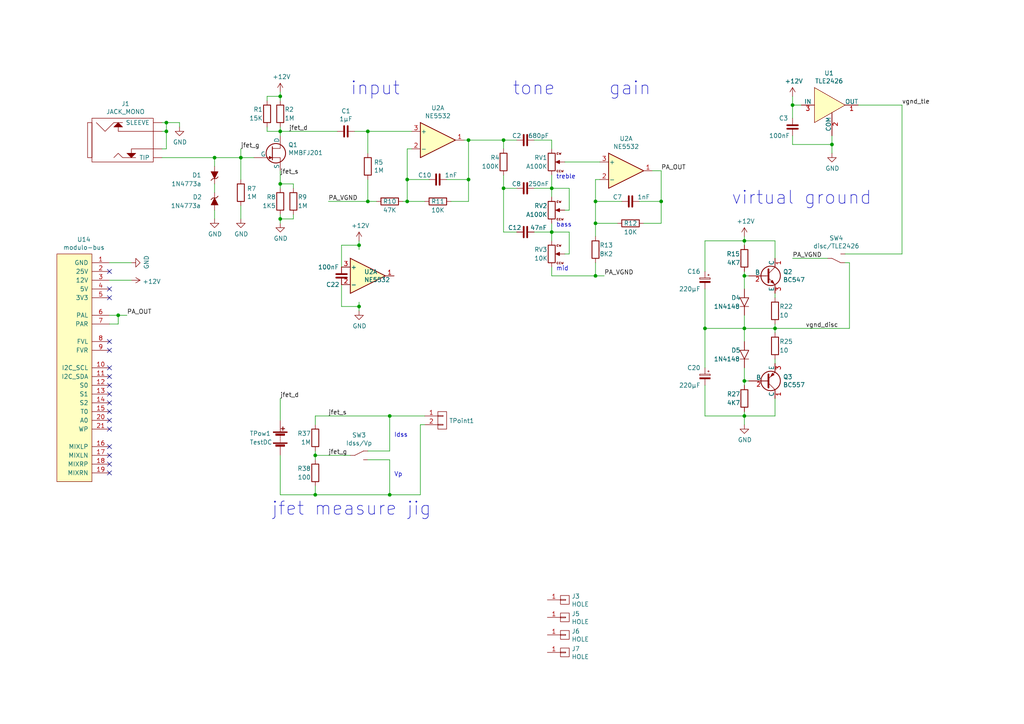
<source format=kicad_sch>
(kicad_sch (version 20211123) (generator eeschema)

  (uuid c56f6c39-52f3-4ced-bfef-f7afd2e0d3ed)

  (paper "A4")

  (lib_symbols
    (symbol "myAmp:1N4148" (pin_numbers hide) (pin_names (offset 1.016) hide) (in_bom yes) (on_board yes)
      (property "Reference" "D" (id 0) (at 0 2.54 0)
        (effects (font (size 1.27 1.27)))
      )
      (property "Value" "1N4148" (id 1) (at 0 -2.54 0)
        (effects (font (size 1.27 1.27)))
      )
      (property "Footprint" "" (id 2) (at 0 0 0)
        (effects (font (size 1.27 1.27)) hide)
      )
      (property "Datasheet" "" (id 3) (at 0 0 0)
        (effects (font (size 1.27 1.27)) hide)
      )
      (symbol "1N4148_0_1"
        (polyline
          (pts
            (xy -1.27 1.27)
            (xy -1.27 -1.27)
          )
          (stroke (width 0) (type default) (color 0 0 0 0))
          (fill (type none))
        )
        (polyline
          (pts
            (xy 1.27 1.27)
            (xy 1.27 -1.27)
            (xy -1.27 0)
            (xy 1.27 1.27)
          )
          (stroke (width 0.2032) (type default) (color 0 0 0 0))
          (fill (type none))
        )
      )
      (symbol "1N4148_1_1"
        (pin passive line (at -3.81 0 0) (length 2.54)
          (name "K" (effects (font (size 1.27 1.27))))
          (number "1" (effects (font (size 1.27 1.27))))
        )
        (pin passive line (at 3.81 0 180) (length 2.54)
          (name "A" (effects (font (size 1.27 1.27))))
          (number "2" (effects (font (size 1.27 1.27))))
        )
      )
    )
    (symbol "myAmp:BC547" (pin_names (offset 0)) (in_bom yes) (on_board yes)
      (property "Reference" "Q" (id 0) (at 5.08 1.905 0)
        (effects (font (size 1.27 1.27)) (justify left))
      )
      (property "Value" "BC547" (id 1) (at 5.08 0 0)
        (effects (font (size 1.27 1.27)) (justify left))
      )
      (property "Footprint" "myLib:TO-92_Inline_Wide" (id 2) (at 5.08 -1.905 0)
        (effects (font (size 1.27 1.27) italic) (justify left) hide)
      )
      (property "Datasheet" "" (id 3) (at 0 0 0)
        (effects (font (size 1.27 1.27)) (justify left))
      )
      (symbol "BC547_0_1"
        (polyline
          (pts
            (xy 0 0)
            (xy 0.635 0)
          )
          (stroke (width 0) (type default) (color 0 0 0 0))
          (fill (type none))
        )
        (polyline
          (pts
            (xy 0.635 0.635)
            (xy 2.54 2.54)
          )
          (stroke (width 0) (type default) (color 0 0 0 0))
          (fill (type none))
        )
        (polyline
          (pts
            (xy 0.635 -0.635)
            (xy 2.54 -2.54)
            (xy 2.54 -2.54)
          )
          (stroke (width 0) (type default) (color 0 0 0 0))
          (fill (type none))
        )
        (polyline
          (pts
            (xy 0.635 1.905)
            (xy 0.635 -1.905)
            (xy 0.635 -1.905)
          )
          (stroke (width 0.508) (type default) (color 0 0 0 0))
          (fill (type none))
        )
        (polyline
          (pts
            (xy 1.27 -1.778)
            (xy 1.778 -1.27)
            (xy 2.286 -2.286)
            (xy 1.27 -1.778)
            (xy 1.27 -1.778)
          )
          (stroke (width 0) (type default) (color 0 0 0 0))
          (fill (type outline))
        )
        (circle (center 1.27 0) (radius 2.8194)
          (stroke (width 0.254) (type default) (color 0 0 0 0))
          (fill (type none))
        )
      )
      (symbol "BC547_1_1"
        (pin passive line (at 2.54 5.08 270) (length 2.54)
          (name "C" (effects (font (size 1.27 1.27))))
          (number "1" (effects (font (size 1.27 1.27))))
        )
        (pin input line (at -5.08 0 0) (length 5.08)
          (name "B" (effects (font (size 1.27 1.27))))
          (number "2" (effects (font (size 1.27 1.27))))
        )
        (pin passive line (at 2.54 -5.08 90) (length 2.54)
          (name "E" (effects (font (size 1.27 1.27))))
          (number "3" (effects (font (size 1.27 1.27))))
        )
      )
    )
    (symbol "myAmp:BC557" (pin_names (offset 0)) (in_bom yes) (on_board yes)
      (property "Reference" "Q" (id 0) (at 5.08 1.905 0)
        (effects (font (size 1.27 1.27)) (justify left))
      )
      (property "Value" "BC557" (id 1) (at 5.08 0 0)
        (effects (font (size 1.27 1.27)) (justify left))
      )
      (property "Footprint" "myLib:TO-92_Inline_Wide" (id 2) (at 5.08 -1.905 0)
        (effects (font (size 1.27 1.27) italic) (justify left) hide)
      )
      (property "Datasheet" "" (id 3) (at 0 0 0)
        (effects (font (size 1.27 1.27)) (justify left) hide)
      )
      (symbol "BC557_0_1"
        (polyline
          (pts
            (xy 0.635 0.635)
            (xy 2.54 2.54)
          )
          (stroke (width 0) (type default) (color 0 0 0 0))
          (fill (type none))
        )
        (polyline
          (pts
            (xy 0.635 -0.635)
            (xy 2.54 -2.54)
            (xy 2.54 -2.54)
          )
          (stroke (width 0) (type default) (color 0 0 0 0))
          (fill (type none))
        )
        (polyline
          (pts
            (xy 0.635 1.905)
            (xy 0.635 -1.905)
            (xy 0.635 -1.905)
          )
          (stroke (width 0.508) (type default) (color 0 0 0 0))
          (fill (type none))
        )
        (polyline
          (pts
            (xy 2.286 -1.778)
            (xy 1.778 -2.286)
            (xy 1.27 -1.27)
            (xy 2.286 -1.778)
            (xy 2.286 -1.778)
          )
          (stroke (width 0) (type default) (color 0 0 0 0))
          (fill (type outline))
        )
        (circle (center 1.27 0) (radius 2.8194)
          (stroke (width 0.254) (type default) (color 0 0 0 0))
          (fill (type none))
        )
      )
      (symbol "BC557_1_1"
        (pin passive line (at 2.54 5.08 270) (length 2.54)
          (name "C" (effects (font (size 1.27 1.27))))
          (number "1" (effects (font (size 1.27 1.27))))
        )
        (pin input line (at -5.08 0 0) (length 5.715)
          (name "B" (effects (font (size 1.27 1.27))))
          (number "2" (effects (font (size 1.27 1.27))))
        )
        (pin passive line (at 2.54 -5.08 90) (length 2.54)
          (name "E" (effects (font (size 1.27 1.27))))
          (number "3" (effects (font (size 1.27 1.27))))
        )
      )
    )
    (symbol "myAmp:Battery" (pin_numbers hide) (pin_names (offset 0) hide) (in_bom yes) (on_board yes)
      (property "Reference" "BT" (id 0) (at 2.54 2.54 0)
        (effects (font (size 1.27 1.27)) (justify left))
      )
      (property "Value" "Battery" (id 1) (at 2.54 0 0)
        (effects (font (size 1.27 1.27)) (justify left))
      )
      (property "Footprint" "" (id 2) (at 0 1.524 90)
        (effects (font (size 1.27 1.27)) hide)
      )
      (property "Datasheet" "" (id 3) (at 0 1.524 90)
        (effects (font (size 1.27 1.27)) hide)
      )
      (symbol "Battery_0_1"
        (rectangle (start -2.032 -1.397) (end 2.032 -1.651)
          (stroke (width 0) (type default) (color 0 0 0 0))
          (fill (type outline))
        )
        (rectangle (start -2.032 1.778) (end 2.032 1.524)
          (stroke (width 0) (type default) (color 0 0 0 0))
          (fill (type outline))
        )
        (rectangle (start -1.3208 -1.9812) (end 1.27 -2.4892)
          (stroke (width 0) (type default) (color 0 0 0 0))
          (fill (type outline))
        )
        (rectangle (start -1.3208 1.1938) (end 1.27 0.6858)
          (stroke (width 0) (type default) (color 0 0 0 0))
          (fill (type outline))
        )
        (polyline
          (pts
            (xy 0 -1.524)
            (xy 0 -1.27)
          )
          (stroke (width 0) (type default) (color 0 0 0 0))
          (fill (type none))
        )
        (polyline
          (pts
            (xy 0 -1.016)
            (xy 0 -0.762)
          )
          (stroke (width 0) (type default) (color 0 0 0 0))
          (fill (type none))
        )
        (polyline
          (pts
            (xy 0 -0.508)
            (xy 0 -0.254)
          )
          (stroke (width 0) (type default) (color 0 0 0 0))
          (fill (type none))
        )
        (polyline
          (pts
            (xy 0 0)
            (xy 0 0.254)
          )
          (stroke (width 0) (type default) (color 0 0 0 0))
          (fill (type none))
        )
        (polyline
          (pts
            (xy 0 0.508)
            (xy 0 0.762)
          )
          (stroke (width 0) (type default) (color 0 0 0 0))
          (fill (type none))
        )
        (polyline
          (pts
            (xy 0 1.778)
            (xy 0 2.54)
          )
          (stroke (width 0) (type default) (color 0 0 0 0))
          (fill (type none))
        )
        (polyline
          (pts
            (xy 0.254 2.667)
            (xy 1.27 2.667)
          )
          (stroke (width 0.254) (type default) (color 0 0 0 0))
          (fill (type none))
        )
        (polyline
          (pts
            (xy 0.762 3.175)
            (xy 0.762 2.159)
          )
          (stroke (width 0.254) (type default) (color 0 0 0 0))
          (fill (type none))
        )
      )
      (symbol "Battery_1_1"
        (pin power_in line (at 0 5.08 270) (length 2.54)
          (name "+" (effects (font (size 1.27 1.27))))
          (number "1" (effects (font (size 1.27 1.27))))
        )
        (pin power_in line (at 0 -5.08 90) (length 2.54)
          (name "-" (effects (font (size 1.27 1.27))))
          (number "2" (effects (font (size 1.27 1.27))))
        )
      )
    )
    (symbol "myAmp:C" (pin_numbers hide) (pin_names (offset 0.254)) (in_bom yes) (on_board yes)
      (property "Reference" "C" (id 0) (at 0.635 2.54 0)
        (effects (font (size 1.27 1.27)) (justify left))
      )
      (property "Value" "C" (id 1) (at 0.635 -2.54 0)
        (effects (font (size 1.27 1.27)) (justify left))
      )
      (property "Footprint" "" (id 2) (at 0.9652 -3.81 0)
        (effects (font (size 1.27 1.27)) hide)
      )
      (property "Datasheet" "" (id 3) (at 0 0 0)
        (effects (font (size 1.27 1.27)) hide)
      )
      (symbol "C_0_1"
        (polyline
          (pts
            (xy -1.524 -0.508)
            (xy 1.524 -0.508)
          )
          (stroke (width 0.508) (type default) (color 0 0 0 0))
          (fill (type none))
        )
        (polyline
          (pts
            (xy -1.524 0.508)
            (xy 1.524 0.508)
          )
          (stroke (width 0.508) (type default) (color 0 0 0 0))
          (fill (type none))
        )
      )
      (symbol "C_1_1"
        (pin passive line (at 0 2.54 270) (length 1.778)
          (name "~" (effects (font (size 1.27 1.27))))
          (number "1" (effects (font (size 1.27 1.27))))
        )
        (pin passive line (at 0 -2.54 90) (length 1.778)
          (name "~" (effects (font (size 1.27 1.27))))
          (number "2" (effects (font (size 1.27 1.27))))
        )
      )
    )
    (symbol "myAmp:CONN_01X02" (pin_names (offset 1.016) hide) (in_bom yes) (on_board yes)
      (property "Reference" "J" (id 0) (at 0 3.81 0)
        (effects (font (size 1.27 1.27)))
      )
      (property "Value" "CONN_01X02" (id 1) (at 2.54 0 90)
        (effects (font (size 1.27 1.27)) hide)
      )
      (property "Footprint" "" (id 2) (at 0 0 0)
        (effects (font (size 1.27 1.27)) hide)
      )
      (property "Datasheet" "" (id 3) (at 0 0 0)
        (effects (font (size 1.27 1.27)) hide)
      )
      (symbol "CONN_01X02_0_1"
        (rectangle (start -1.27 -1.143) (end 0.254 -1.397)
          (stroke (width 0) (type default) (color 0 0 0 0))
          (fill (type none))
        )
        (rectangle (start -1.27 1.397) (end 0.254 1.143)
          (stroke (width 0) (type default) (color 0 0 0 0))
          (fill (type none))
        )
        (rectangle (start -1.27 2.54) (end 1.27 -2.54)
          (stroke (width 0) (type default) (color 0 0 0 0))
          (fill (type none))
        )
      )
      (symbol "CONN_01X02_1_1"
        (pin passive line (at -5.08 1.27 0) (length 3.81)
          (name "P1" (effects (font (size 1.27 1.27))))
          (number "1" (effects (font (size 1.27 1.27))))
        )
        (pin passive line (at -5.08 -1.27 0) (length 3.81)
          (name "P2" (effects (font (size 1.27 1.27))))
          (number "2" (effects (font (size 1.27 1.27))))
        )
      )
    )
    (symbol "myAmp:CPOL" (pin_numbers hide) (pin_names (offset 0.254) hide) (in_bom yes) (on_board yes)
      (property "Reference" "C" (id 0) (at 0.254 1.778 0)
        (effects (font (size 1.27 1.27)) (justify left))
      )
      (property "Value" "CPOL" (id 1) (at 0.254 -2.032 0)
        (effects (font (size 1.27 1.27)) (justify left))
      )
      (property "Footprint" "" (id 2) (at 0 0 0)
        (effects (font (size 1.27 1.27)) hide)
      )
      (property "Datasheet" "" (id 3) (at 0 0 0)
        (effects (font (size 1.27 1.27)) hide)
      )
      (symbol "CPOL_0_1"
        (rectangle (start -1.524 -0.3048) (end 1.524 -0.6858)
          (stroke (width 0) (type default) (color 0 0 0 0))
          (fill (type outline))
        )
        (rectangle (start -1.524 0.6858) (end 1.524 0.3048)
          (stroke (width 0) (type default) (color 0 0 0 0))
          (fill (type none))
        )
        (polyline
          (pts
            (xy -1.27 1.524)
            (xy -0.762 1.524)
          )
          (stroke (width 0) (type default) (color 0 0 0 0))
          (fill (type none))
        )
        (polyline
          (pts
            (xy -1.016 1.27)
            (xy -1.016 1.778)
          )
          (stroke (width 0) (type default) (color 0 0 0 0))
          (fill (type none))
        )
      )
      (symbol "CPOL_1_1"
        (pin passive line (at 0 2.54 270) (length 1.8542)
          (name "~" (effects (font (size 1.27 1.27))))
          (number "1" (effects (font (size 1.27 1.27))))
        )
        (pin passive line (at 0 -2.54 90) (length 1.8542)
          (name "~" (effects (font (size 1.27 1.27))))
          (number "2" (effects (font (size 1.27 1.27))))
        )
      )
    )
    (symbol "myAmp:HOLE" (pin_names (offset 1.016) hide) (in_bom yes) (on_board yes)
      (property "Reference" "J" (id 0) (at 0 2.54 0)
        (effects (font (size 1.27 1.27)))
      )
      (property "Value" "HOLE" (id 1) (at 2.54 0 90)
        (effects (font (size 1.27 1.27)))
      )
      (property "Footprint" "" (id 2) (at 0 0 0)
        (effects (font (size 1.27 1.27)) hide)
      )
      (property "Datasheet" "" (id 3) (at 0 0 0)
        (effects (font (size 1.27 1.27)) hide)
      )
      (symbol "HOLE_0_1"
        (rectangle (start -1.27 0.127) (end 0.254 -0.127)
          (stroke (width 0) (type default) (color 0 0 0 0))
          (fill (type none))
        )
        (rectangle (start -1.27 1.27) (end 1.27 -1.27)
          (stroke (width 0) (type default) (color 0 0 0 0))
          (fill (type none))
        )
      )
      (symbol "HOLE_1_1"
        (pin passive line (at -5.08 0 0) (length 3.81)
          (name "P1" (effects (font (size 1.27 1.27))))
          (number "1" (effects (font (size 1.27 1.27))))
        )
      )
    )
    (symbol "myAmp:J201" (pin_numbers hide) (pin_names (offset 0)) (in_bom yes) (on_board yes)
      (property "Reference" "Q" (id 0) (at 5.08 1.905 0)
        (effects (font (size 1.27 1.27)) (justify left))
      )
      (property "Value" "J201" (id 1) (at 5.08 0 0)
        (effects (font (size 1.27 1.27)) (justify left))
      )
      (property "Footprint" "" (id 2) (at 0 -1.27 0)
        (effects (font (size 1.27 1.27)) hide)
      )
      (property "Datasheet" "" (id 3) (at 0 -2.54 0)
        (effects (font (size 1.27 1.27)) (justify left) hide)
      )
      (symbol "J201_0_1"
        (polyline
          (pts
            (xy 0.254 1.905)
            (xy 0.254 -1.905)
            (xy 0.254 -1.905)
          )
          (stroke (width 0.254) (type default) (color 0 0 0 0))
          (fill (type none))
        )
        (polyline
          (pts
            (xy 2.54 -2.54)
            (xy 2.54 -1.27)
            (xy 0.254 -1.27)
          )
          (stroke (width 0) (type default) (color 0 0 0 0))
          (fill (type none))
        )
        (polyline
          (pts
            (xy 2.54 2.54)
            (xy 2.54 1.397)
            (xy 0.254 1.397)
          )
          (stroke (width 0) (type default) (color 0 0 0 0))
          (fill (type none))
        )
        (polyline
          (pts
            (xy 0.127 -1.27)
            (xy -0.635 -0.889)
            (xy -0.635 -1.651)
            (xy 0.127 -1.27)
          )
          (stroke (width 0) (type default) (color 0 0 0 0))
          (fill (type outline))
        )
        (circle (center 1.27 0) (radius 2.8194)
          (stroke (width 0.254) (type default) (color 0 0 0 0))
          (fill (type none))
        )
      )
      (symbol "J201_1_1"
        (pin passive line (at 2.54 5.08 270) (length 2.54)
          (name "D" (effects (font (size 1.27 1.27))))
          (number "1" (effects (font (size 1.27 1.27))))
        )
        (pin passive line (at 2.54 -5.08 90) (length 2.54)
          (name "S" (effects (font (size 1.27 1.27))))
          (number "2" (effects (font (size 1.27 1.27))))
        )
        (pin input line (at -5.08 -1.27 0) (length 5.334)
          (name "G" (effects (font (size 1.27 1.27))))
          (number "3" (effects (font (size 1.27 1.27))))
        )
      )
    )
    (symbol "myAmp:JACK_MONO" (pin_numbers hide) (pin_names (offset 1.016)) (in_bom yes) (on_board yes)
      (property "Reference" "J" (id 0) (at 6.35 7.62 0)
        (effects (font (size 1.27 1.27)))
      )
      (property "Value" "JACK_MONO" (id 1) (at -5.08 7.62 0)
        (effects (font (size 1.27 1.27)))
      )
      (property "Footprint" "" (id 2) (at 6.35 -1.27 0)
        (effects (font (size 1.27 1.27)) hide)
      )
      (property "Datasheet" "" (id 3) (at 2.54 -1.27 0)
        (effects (font (size 1.27 1.27)) hide)
      )
      (symbol "JACK_MONO_0_1"
        (rectangle (start -10.16 5.08) (end -11.43 -5.08)
          (stroke (width 0) (type default) (color 0 0 0 0))
          (fill (type none))
        )
        (polyline
          (pts
            (xy -2.54 5.08)
            (xy -3.81 3.81)
            (xy -1.27 3.81)
            (xy -2.54 5.08)
          )
          (stroke (width 0) (type default) (color 0 0 0 0))
          (fill (type outline))
        )
        (polyline
          (pts
            (xy -2.54 5.08)
            (xy -3.81 5.08)
            (xy -6.35 2.54)
            (xy -8.89 5.08)
          )
          (stroke (width 0) (type default) (color 0 0 0 0))
          (fill (type none))
        )
        (polyline
          (pts
            (xy 0 -3.81)
            (xy 1.27 -5.08)
            (xy 2.54 -3.81)
            (xy 0 -3.81)
          )
          (stroke (width 0) (type default) (color 0 0 0 0))
          (fill (type outline))
        )
        (polyline
          (pts
            (xy 1.27 -5.08)
            (xy -1.27 -5.08)
            (xy -2.54 -3.81)
            (xy -3.81 -5.08)
          )
          (stroke (width 0) (type default) (color 0 0 0 0))
          (fill (type none))
        )
        (polyline
          (pts
            (xy 7.62 -2.54)
            (xy 1.27 -2.54)
            (xy 1.27 -5.08)
            (xy 2.54 -5.08)
          )
          (stroke (width 0) (type default) (color 0 0 0 0))
          (fill (type none))
        )
        (polyline
          (pts
            (xy 7.62 2.54)
            (xy -2.54 2.54)
            (xy -2.54 5.08)
            (xy -1.27 5.08)
          )
          (stroke (width 0) (type default) (color 0 0 0 0))
          (fill (type none))
        )
        (rectangle (start 7.62 6.35) (end -10.16 -6.35)
          (stroke (width 0) (type default) (color 0 0 0 0))
          (fill (type none))
        )
      )
      (symbol "JACK_MONO_1_1"
        (pin output line (at 10.16 2.54 180) (length 2.54)
          (name "~" (effects (font (size 1.27 1.27))))
          (number "1" (effects (font (size 1.27 1.27))))
        )
        (pin output line (at 10.16 -2.54 180) (length 2.54)
          (name "~" (effects (font (size 1.27 1.27))))
          (number "3" (effects (font (size 1.27 1.27))))
        )
        (pin output line (at 10.16 5.08 180) (length 2.54)
          (name "SLEEVE" (effects (font (size 1.27 1.27))))
          (number "4" (effects (font (size 1.27 1.27))))
        )
        (pin output line (at 10.16 -5.08 180) (length 2.54)
          (name "TIP" (effects (font (size 1.27 1.27))))
          (number "6" (effects (font (size 1.27 1.27))))
        )
      )
    )
    (symbol "myAmp:R" (pin_numbers hide) (pin_names (offset 0)) (in_bom yes) (on_board yes)
      (property "Reference" "R" (id 0) (at 2.032 0 90)
        (effects (font (size 1.27 1.27)))
      )
      (property "Value" "R" (id 1) (at 0 0 90)
        (effects (font (size 1.27 1.27)))
      )
      (property "Footprint" "" (id 2) (at -1.778 0 90)
        (effects (font (size 1.27 1.27)) hide)
      )
      (property "Datasheet" "" (id 3) (at 0 0 0)
        (effects (font (size 1.27 1.27)) hide)
      )
      (property "ki_fp_filters" "R_*" (id 4) (at 0 0 0)
        (effects (font (size 1.27 1.27)) hide)
      )
      (symbol "R_0_1"
        (rectangle (start -1.016 -2.54) (end 1.016 2.54)
          (stroke (width 0.254) (type default) (color 0 0 0 0))
          (fill (type none))
        )
      )
      (symbol "R_1_1"
        (pin passive line (at 0 3.81 270) (length 1.27)
          (name "~" (effects (font (size 1.27 1.27))))
          (number "1" (effects (font (size 1.27 1.27))))
        )
        (pin passive line (at 0 -3.81 90) (length 1.27)
          (name "~" (effects (font (size 1.27 1.27))))
          (number "2" (effects (font (size 1.27 1.27))))
        )
      )
    )
    (symbol "myAmp:R_POT" (pin_numbers hide) (pin_names (offset 1.016) hide) (in_bom yes) (on_board yes)
      (property "Reference" "RV" (id 0) (at -4.445 0 90)
        (effects (font (size 1.27 1.27)))
      )
      (property "Value" "R_POT" (id 1) (at -2.54 0 90)
        (effects (font (size 1.27 1.27)))
      )
      (property "Footprint" "" (id 2) (at 0 0 0)
        (effects (font (size 1.27 1.27)) hide)
      )
      (property "Datasheet" "" (id 3) (at -3.81 -3.81 0)
        (effects (font (size 1.27 1.27)) hide)
      )
      (property "ki_fp_filters" "Potentiometer*" (id 4) (at 0 0 0)
        (effects (font (size 1.27 1.27)) hide)
      )
      (symbol "R_POT_0_0"
        (text "ccw" (at 1.27 2.54 0)
          (effects (font (size 0.762 0.762)) (justify left))
        )
        (text "cw" (at 1.27 -2.54 0)
          (effects (font (size 0.762 0.762)) (justify left))
        )
      )
      (symbol "R_POT_0_1"
        (polyline
          (pts
            (xy 1.143 0)
            (xy 2.286 0.508)
            (xy 2.286 -0.508)
            (xy 1.143 0)
          )
          (stroke (width 0) (type default) (color 0 0 0 0))
          (fill (type outline))
        )
        (rectangle (start 1.016 2.54) (end -1.016 -2.54)
          (stroke (width 0.254) (type default) (color 0 0 0 0))
          (fill (type none))
        )
      )
      (symbol "R_POT_1_1"
        (pin passive line (at 0 3.81 270) (length 1.27)
          (name "1" (effects (font (size 1.27 1.27))))
          (number "1" (effects (font (size 1.27 1.27))))
        )
        (pin passive line (at 3.81 0 180) (length 2.032)
          (name "2" (effects (font (size 1.27 1.27))))
          (number "2" (effects (font (size 1.27 1.27))))
        )
        (pin passive line (at 0 -3.81 90) (length 1.27)
          (name "3" (effects (font (size 1.27 1.27))))
          (number "3" (effects (font (size 1.27 1.27))))
        )
      )
    )
    (symbol "myAmp:SW_SPDT" (pin_numbers hide) (pin_names (offset 1.016)) (in_bom yes) (on_board yes)
      (property "Reference" "SW" (id 0) (at 0 -3.81 0)
        (effects (font (size 1.27 1.27)))
      )
      (property "Value" "SW_SPDT" (id 1) (at 0 3.81 0)
        (effects (font (size 1.27 1.27)))
      )
      (property "Footprint" "" (id 2) (at 0 0 0)
        (effects (font (size 1.27 1.27)) hide)
      )
      (property "Datasheet" "" (id 3) (at 0 0 0)
        (effects (font (size 1.27 1.27)) hide)
      )
      (symbol "SW_SPDT_0_1"
        (polyline
          (pts
            (xy -1.27 0)
            (xy 1.27 1.27)
          )
          (stroke (width 0) (type default) (color 0 0 0 0))
          (fill (type none))
        )
      )
      (symbol "SW_SPDT_1_1"
        (pin passive line (at 2.54 1.27 180) (length 1.27)
          (name "~" (effects (font (size 1.27 1.27))))
          (number "1" (effects (font (size 1.27 1.27))))
        )
        (pin passive line (at -2.54 0 0) (length 1.27)
          (name "~" (effects (font (size 1.27 1.27))))
          (number "2" (effects (font (size 1.27 1.27))))
        )
        (pin passive line (at 2.54 -1.27 180) (length 1.27)
          (name "~" (effects (font (size 1.27 1.27))))
          (number "3" (effects (font (size 1.27 1.27))))
        )
      )
    )
    (symbol "myAmp:TL072" (pin_names (offset 0.127)) (in_bom yes) (on_board yes)
      (property "Reference" "U" (id 0) (at 0 5.08 0)
        (effects (font (size 1.27 1.27)) (justify left))
      )
      (property "Value" "TL072" (id 1) (at 0 -5.08 0)
        (effects (font (size 1.27 1.27)) (justify left))
      )
      (property "Footprint" "" (id 2) (at 0 0 0)
        (effects (font (size 1.27 1.27)) hide)
      )
      (property "Datasheet" "" (id 3) (at 0 0 0)
        (effects (font (size 1.27 1.27)) hide)
      )
      (property "ki_locked" "" (id 4) (at 0 0 0)
        (effects (font (size 1.27 1.27)))
      )
      (property "ki_fp_filters" "SOIC*3.9x4.9mm*P1.27mm* DIP*W7.62mm* TO*99* OnSemi*Micro8* TSSOP*3x3mm*P0.65mm* TSSOP*4.4x3mm*P0.65mm* MSOP*3x3mm*P0.65mm* SSOP*3.9x4.9mm*P0.635mm* LFCSP*2x2mm*P0.5mm* *SIP* SOIC*5.3x6.2mm*P1.27mm*" (id 5) (at 0 0 0)
        (effects (font (size 1.27 1.27)) hide)
      )
      (symbol "TL072_1_1"
        (polyline
          (pts
            (xy -5.08 5.08)
            (xy 5.08 0)
            (xy -5.08 -5.08)
            (xy -5.08 5.08)
          )
          (stroke (width 0.254) (type default) (color 0 0 0 0))
          (fill (type background))
        )
        (pin output line (at 7.62 0 180) (length 2.54)
          (name "~" (effects (font (size 1.27 1.27))))
          (number "1" (effects (font (size 1.27 1.27))))
        )
        (pin input line (at -7.62 -2.54 0) (length 2.54)
          (name "-" (effects (font (size 1.27 1.27))))
          (number "2" (effects (font (size 1.27 1.27))))
        )
        (pin input line (at -7.62 2.54 0) (length 2.54)
          (name "+" (effects (font (size 1.27 1.27))))
          (number "3" (effects (font (size 1.27 1.27))))
        )
      )
      (symbol "TL072_2_1"
        (polyline
          (pts
            (xy -5.08 5.08)
            (xy 5.08 0)
            (xy -5.08 -5.08)
            (xy -5.08 5.08)
          )
          (stroke (width 0.254) (type default) (color 0 0 0 0))
          (fill (type background))
        )
        (pin input line (at -7.62 2.54 0) (length 2.54)
          (name "+" (effects (font (size 1.27 1.27))))
          (number "5" (effects (font (size 1.27 1.27))))
        )
        (pin input line (at -7.62 -2.54 0) (length 2.54)
          (name "-" (effects (font (size 1.27 1.27))))
          (number "6" (effects (font (size 1.27 1.27))))
        )
        (pin output line (at 7.62 0 180) (length 2.54)
          (name "~" (effects (font (size 1.27 1.27))))
          (number "7" (effects (font (size 1.27 1.27))))
        )
      )
      (symbol "TL072_3_1"
        (pin power_in line (at -2.54 -7.62 90) (length 3.81)
          (name "V-" (effects (font (size 1.27 1.27))))
          (number "4" (effects (font (size 1.27 1.27))))
        )
        (pin power_in line (at -2.54 7.62 270) (length 3.81)
          (name "V+" (effects (font (size 1.27 1.27))))
          (number "8" (effects (font (size 1.27 1.27))))
        )
      )
    )
    (symbol "myAmp:TLE2426" (pin_names (offset 0)) (in_bom yes) (on_board yes)
      (property "Reference" "U" (id 0) (at -6.35 -6.35 0)
        (effects (font (size 1.27 1.27)))
      )
      (property "Value" "TLE2426" (id 1) (at 1.27 5.08 0)
        (effects (font (size 1.27 1.27)))
      )
      (property "Footprint" "" (id 2) (at -15.24 -5.08 0)
        (effects (font (size 1.27 1.27)) hide)
      )
      (property "Datasheet" "" (id 3) (at -15.24 -5.08 0)
        (effects (font (size 1.27 1.27)) hide)
      )
      (symbol "TLE2426_0_1"
        (polyline
          (pts
            (xy -5.08 5.08)
            (xy -5.08 -5.08)
            (xy 3.81 0)
            (xy -5.08 5.08)
          )
          (stroke (width 0) (type default) (color 0 0 0 0))
          (fill (type background))
        )
      )
      (symbol "TLE2426_1_1"
        (pin input line (at 7.62 0 180) (length 3.81)
          (name "OUT" (effects (font (size 1.27 1.27))))
          (number "1" (effects (font (size 1.27 1.27))))
        )
        (pin input line (at 0 -8.89 90) (length 6.7056)
          (name "COM" (effects (font (size 1.27 1.27))))
          (number "2" (effects (font (size 1.27 1.27))))
        )
        (pin input line (at -8.89 0 0) (length 3.81)
          (name "IN" (effects (font (size 1.27 1.27))))
          (number "3" (effects (font (size 1.27 1.27))))
        )
      )
    )
    (symbol "myAmp:Zener" (pin_numbers hide) (pin_names (offset 1.016) hide) (in_bom yes) (on_board yes)
      (property "Reference" "D" (id 0) (at 0 2.54 0)
        (effects (font (size 1.27 1.27)))
      )
      (property "Value" "Zener" (id 1) (at 0 -2.54 0)
        (effects (font (size 1.27 1.27)))
      )
      (property "Footprint" "" (id 2) (at 0 0 0)
        (effects (font (size 1.27 1.27)))
      )
      (property "Datasheet" "" (id 3) (at 0 0 0)
        (effects (font (size 1.27 1.27)))
      )
      (property "ki_fp_filters" "D? SO* SM*" (id 4) (at 0 0 0)
        (effects (font (size 1.27 1.27)) hide)
      )
      (symbol "Zener_0_1"
        (polyline
          (pts
            (xy -1.524 1.016)
            (xy -1.016 0.508)
            (xy -1.016 -0.508)
            (xy -0.508 -1.016)
          )
          (stroke (width 0.2032) (type default) (color 0 0 0 0))
          (fill (type none))
        )
        (polyline
          (pts
            (xy 1.016 1.016)
            (xy -1.016 0)
            (xy 1.016 -1.016)
            (xy 1.016 1.016)
          )
          (stroke (width 0) (type default) (color 0 0 0 0))
          (fill (type outline))
        )
      )
      (symbol "Zener_1_1"
        (pin passive line (at -2.54 0 0) (length 1.524)
          (name "K" (effects (font (size 1.016 1.016))))
          (number "1" (effects (font (size 1.016 1.016))))
        )
        (pin passive line (at 2.54 0 180) (length 1.524)
          (name "A" (effects (font (size 1.016 1.016))))
          (number "2" (effects (font (size 1.016 1.016))))
        )
      )
    )
    (symbol "myAmp:modulo-bus" (pin_names (offset 1.016)) (in_bom yes) (on_board yes)
      (property "Reference" "U" (id 0) (at 1.27 30.48 0)
        (effects (font (size 1.27 1.27)))
      )
      (property "Value" "modulo-bus" (id 1) (at 1.27 -38.1 0)
        (effects (font (size 1.27 1.27)))
      )
      (property "Footprint" "myAmp:modulo-bus" (id 2) (at 5.08 17.78 90)
        (effects (font (size 1.27 1.27)) hide)
      )
      (property "Datasheet" "" (id 3) (at -8.89 13.97 0)
        (effects (font (size 1.27 1.27)) hide)
      )
      (symbol "modulo-bus_0_1"
        (rectangle (start -3.81 29.21) (end 6.35 -36.83)
          (stroke (width 0) (type default) (color 0 0 0 0))
          (fill (type background))
        )
      )
      (symbol "modulo-bus_1_1"
        (pin input line (at -8.89 26.67 0) (length 5.08)
          (name "GND" (effects (font (size 1.27 1.27))))
          (number "1" (effects (font (size 1.27 1.27))))
        )
        (pin input line (at -8.89 -3.81 0) (length 5.08)
          (name "I2C_SCL" (effects (font (size 1.27 1.27))))
          (number "10" (effects (font (size 1.27 1.27))))
        )
        (pin input line (at -8.89 -6.35 0) (length 5.08)
          (name "I2C_SDA" (effects (font (size 1.27 1.27))))
          (number "11" (effects (font (size 1.27 1.27))))
        )
        (pin input line (at -8.89 -8.89 0) (length 5.08)
          (name "S0" (effects (font (size 1.27 1.27))))
          (number "12" (effects (font (size 1.27 1.27))))
        )
        (pin input line (at -8.89 -11.43 0) (length 5.08)
          (name "S1" (effects (font (size 1.27 1.27))))
          (number "13" (effects (font (size 1.27 1.27))))
        )
        (pin input line (at -8.89 -13.97 0) (length 5.08)
          (name "S2" (effects (font (size 1.27 1.27))))
          (number "14" (effects (font (size 1.27 1.27))))
        )
        (pin input line (at -8.89 -16.51 0) (length 5.08)
          (name "T0" (effects (font (size 1.27 1.27))))
          (number "15" (effects (font (size 1.27 1.27))))
        )
        (pin input line (at -8.89 -26.67 0) (length 5.08)
          (name "MIXLP" (effects (font (size 1.27 1.27))))
          (number "16" (effects (font (size 1.27 1.27))))
        )
        (pin input line (at -8.89 -29.21 0) (length 5.08)
          (name "MIXLN" (effects (font (size 1.27 1.27))))
          (number "17" (effects (font (size 1.27 1.27))))
        )
        (pin input line (at -8.89 -31.75 0) (length 5.08)
          (name "MIXRP" (effects (font (size 1.27 1.27))))
          (number "18" (effects (font (size 1.27 1.27))))
        )
        (pin input line (at -8.89 -34.29 0) (length 5.08)
          (name "MIXRN" (effects (font (size 1.27 1.27))))
          (number "19" (effects (font (size 1.27 1.27))))
        )
        (pin input line (at -8.89 24.13 0) (length 5.08)
          (name "25V" (effects (font (size 1.27 1.27))))
          (number "2" (effects (font (size 1.27 1.27))))
        )
        (pin input line (at -8.89 -19.05 0) (length 5.08)
          (name "A0" (effects (font (size 1.27 1.27))))
          (number "20" (effects (font (size 1.27 1.27))))
        )
        (pin input line (at -8.89 -21.59 0) (length 5.08)
          (name "WP" (effects (font (size 1.27 1.27))))
          (number "21" (effects (font (size 1.27 1.27))))
        )
        (pin input line (at -8.89 21.59 0) (length 5.08)
          (name "12V" (effects (font (size 1.27 1.27))))
          (number "3" (effects (font (size 1.27 1.27))))
        )
        (pin input line (at -8.89 19.05 0) (length 5.08)
          (name "5V" (effects (font (size 1.27 1.27))))
          (number "4" (effects (font (size 1.27 1.27))))
        )
        (pin input line (at -8.89 16.51 0) (length 5.08)
          (name "3V3" (effects (font (size 1.27 1.27))))
          (number "5" (effects (font (size 1.27 1.27))))
        )
        (pin input line (at -8.89 11.43 0) (length 5.08)
          (name "PAL" (effects (font (size 1.27 1.27))))
          (number "6" (effects (font (size 1.27 1.27))))
        )
        (pin input line (at -8.89 8.89 0) (length 5.08)
          (name "PAR" (effects (font (size 1.27 1.27))))
          (number "7" (effects (font (size 1.27 1.27))))
        )
        (pin input line (at -8.89 3.81 0) (length 5.08)
          (name "FVL" (effects (font (size 1.27 1.27))))
          (number "8" (effects (font (size 1.27 1.27))))
        )
        (pin input line (at -8.89 1.27 0) (length 5.08)
          (name "FVR" (effects (font (size 1.27 1.27))))
          (number "9" (effects (font (size 1.27 1.27))))
        )
      )
    )
    (symbol "power:+12V" (power) (pin_names (offset 0)) (in_bom yes) (on_board yes)
      (property "Reference" "#PWR" (id 0) (at 0 -3.81 0)
        (effects (font (size 1.27 1.27)) hide)
      )
      (property "Value" "+12V" (id 1) (at 0 3.556 0)
        (effects (font (size 1.27 1.27)))
      )
      (property "Footprint" "" (id 2) (at 0 0 0)
        (effects (font (size 1.27 1.27)) hide)
      )
      (property "Datasheet" "" (id 3) (at 0 0 0)
        (effects (font (size 1.27 1.27)) hide)
      )
      (property "ki_keywords" "power-flag" (id 4) (at 0 0 0)
        (effects (font (size 1.27 1.27)) hide)
      )
      (property "ki_description" "Power symbol creates a global label with name \"+12V\"" (id 5) (at 0 0 0)
        (effects (font (size 1.27 1.27)) hide)
      )
      (symbol "+12V_0_1"
        (polyline
          (pts
            (xy -0.762 1.27)
            (xy 0 2.54)
          )
          (stroke (width 0) (type default) (color 0 0 0 0))
          (fill (type none))
        )
        (polyline
          (pts
            (xy 0 0)
            (xy 0 2.54)
          )
          (stroke (width 0) (type default) (color 0 0 0 0))
          (fill (type none))
        )
        (polyline
          (pts
            (xy 0 2.54)
            (xy 0.762 1.27)
          )
          (stroke (width 0) (type default) (color 0 0 0 0))
          (fill (type none))
        )
      )
      (symbol "+12V_1_1"
        (pin power_in line (at 0 0 90) (length 0) hide
          (name "+12V" (effects (font (size 1.27 1.27))))
          (number "1" (effects (font (size 1.27 1.27))))
        )
      )
    )
    (symbol "power:GND" (power) (pin_names (offset 0)) (in_bom yes) (on_board yes)
      (property "Reference" "#PWR" (id 0) (at 0 -6.35 0)
        (effects (font (size 1.27 1.27)) hide)
      )
      (property "Value" "GND" (id 1) (at 0 -3.81 0)
        (effects (font (size 1.27 1.27)))
      )
      (property "Footprint" "" (id 2) (at 0 0 0)
        (effects (font (size 1.27 1.27)) hide)
      )
      (property "Datasheet" "" (id 3) (at 0 0 0)
        (effects (font (size 1.27 1.27)) hide)
      )
      (property "ki_keywords" "power-flag" (id 4) (at 0 0 0)
        (effects (font (size 1.27 1.27)) hide)
      )
      (property "ki_description" "Power symbol creates a global label with name \"GND\" , ground" (id 5) (at 0 0 0)
        (effects (font (size 1.27 1.27)) hide)
      )
      (symbol "GND_0_1"
        (polyline
          (pts
            (xy 0 0)
            (xy 0 -1.27)
            (xy 1.27 -1.27)
            (xy 0 -2.54)
            (xy -1.27 -1.27)
            (xy 0 -1.27)
          )
          (stroke (width 0) (type default) (color 0 0 0 0))
          (fill (type none))
        )
      )
      (symbol "GND_1_1"
        (pin power_in line (at 0 0 270) (length 0) hide
          (name "GND" (effects (font (size 1.27 1.27))))
          (number "1" (effects (font (size 1.27 1.27))))
        )
      )
    )
  )

  (junction (at 172.72 80.01) (diameter 0) (color 0 0 0 0)
    (uuid 0839b970-6b3f-436b-9950-69bdb059b8ae)
  )
  (junction (at 146.05 54.61) (diameter 0) (color 0 0 0 0)
    (uuid 10462b04-fbbf-48c0-9377-7042f2677f34)
  )
  (junction (at 241.3 41.91) (diameter 0) (color 0 0 0 0)
    (uuid 16d376bd-db5d-4a59-8025-ae5f4549ee66)
  )
  (junction (at 81.28 27.94) (diameter 0) (color 0 0 0 0)
    (uuid 1c7c01ca-31a5-4632-8e4c-0a77391eac8f)
  )
  (junction (at 229.87 30.48) (diameter 0) (color 0 0 0 0)
    (uuid 2531baad-8e8d-4d4c-bd98-5bc629cbfac5)
  )
  (junction (at 191.77 58.42) (diameter 0) (color 0 0 0 0)
    (uuid 28e3163d-b55c-4639-bde5-e9846083b2ef)
  )
  (junction (at 215.9 80.01) (diameter 0) (color 0 0 0 0)
    (uuid 297157d3-b3d7-4820-b1b7-bac9d2362487)
  )
  (junction (at 48.26 35.56) (diameter 0) (color 0 0 0 0)
    (uuid 299405f9-a8da-40aa-a785-951754bc9be1)
  )
  (junction (at 81.28 63.5) (diameter 0) (color 0 0 0 0)
    (uuid 2bf5989b-dbca-4c02-aa7d-bb6aa609dc09)
  )
  (junction (at 91.44 132.08) (diameter 0) (color 0 0 0 0)
    (uuid 2c36de4c-1408-4a4c-b53d-373b61b29b08)
  )
  (junction (at 48.26 38.1) (diameter 0) (color 0 0 0 0)
    (uuid 312bb836-549f-41e7-9e03-466341a7fc0a)
  )
  (junction (at 104.14 71.12) (diameter 0) (color 0 0 0 0)
    (uuid 3946475f-a80b-4ec5-9c58-c925a1c63762)
  )
  (junction (at 224.79 95.25) (diameter 0) (color 0 0 0 0)
    (uuid 3b00799e-766d-4cd1-be14-3a80ca9949c0)
  )
  (junction (at 106.68 58.42) (diameter 0) (color 0 0 0 0)
    (uuid 44089cb1-189b-4dab-885d-c8f28f9a1c16)
  )
  (junction (at 215.9 120.65) (diameter 0) (color 0 0 0 0)
    (uuid 4a635721-9696-45b4-9fb6-a5c12dd0205b)
  )
  (junction (at 69.85 45.72) (diameter 0) (color 0 0 0 0)
    (uuid 6ab4c4d6-d725-40d0-88ed-760cd2295b33)
  )
  (junction (at 135.89 52.07) (diameter 0) (color 0 0 0 0)
    (uuid 707902af-a5f3-48ec-a51f-a0c2442c9b0c)
  )
  (junction (at 81.28 38.1) (diameter 0) (color 0 0 0 0)
    (uuid 770cf459-91ff-42ec-86ea-bf95b593d092)
  )
  (junction (at 215.9 69.85) (diameter 0) (color 0 0 0 0)
    (uuid 7813208a-bea3-45ad-9228-0e9f3023642d)
  )
  (junction (at 160.02 54.61) (diameter 0) (color 0 0 0 0)
    (uuid 793885b0-bfaa-4c5f-82aa-79183476bde6)
  )
  (junction (at 104.14 88.9) (diameter 0) (color 0 0 0 0)
    (uuid 7d328d81-b03a-46b4-9434-cb80d367ff66)
  )
  (junction (at 172.72 58.42) (diameter 0) (color 0 0 0 0)
    (uuid 88f42f1f-5b79-4315-a039-7bbb84228026)
  )
  (junction (at 91.44 143.51) (diameter 0) (color 0 0 0 0)
    (uuid 8b4ca528-ab57-4c66-99e1-d0d80f15af79)
  )
  (junction (at 118.11 52.07) (diameter 0) (color 0 0 0 0)
    (uuid 8c0e3242-6a45-4fa8-812f-f80c75857091)
  )
  (junction (at 204.47 95.25) (diameter 0) (color 0 0 0 0)
    (uuid 900cbe97-baf8-4c02-a824-562c02dac994)
  )
  (junction (at 135.89 40.64) (diameter 0) (color 0 0 0 0)
    (uuid 9140caae-c9d3-4d6b-b6f1-80fed3ad7ccf)
  )
  (junction (at 118.11 58.42) (diameter 0) (color 0 0 0 0)
    (uuid 9231f031-834c-43ea-bccc-14701d558eb5)
  )
  (junction (at 215.9 95.25) (diameter 0) (color 0 0 0 0)
    (uuid 9f0d3469-bad0-4554-bd2d-fa8f3ee34b83)
  )
  (junction (at 215.9 110.49) (diameter 0) (color 0 0 0 0)
    (uuid a89dfac0-e876-4a5b-883b-2e60b5a0dbd9)
  )
  (junction (at 106.68 38.1) (diameter 0) (color 0 0 0 0)
    (uuid ac58a97f-c6a4-48b8-a535-98c8a0992524)
  )
  (junction (at 160.02 67.31) (diameter 0) (color 0 0 0 0)
    (uuid ba19ed87-6acf-49a5-9def-fa3621e94dfd)
  )
  (junction (at 62.23 45.72) (diameter 0) (color 0 0 0 0)
    (uuid bb7251a8-9c6f-490e-a604-fe4b34be3d98)
  )
  (junction (at 172.72 64.77) (diameter 0) (color 0 0 0 0)
    (uuid d9a6ae30-f9ee-4692-9ce6-37ab2b3096e0)
  )
  (junction (at 113.03 143.51) (diameter 0) (color 0 0 0 0)
    (uuid da6fc741-ed69-49b3-9f8a-8e9982940ddd)
  )
  (junction (at 34.29 91.44) (diameter 0) (color 0 0 0 0)
    (uuid e3d53688-13a3-417b-809d-afed2a8b9fb6)
  )
  (junction (at 146.05 40.64) (diameter 0) (color 0 0 0 0)
    (uuid e5617538-8520-4e0a-95ec-47eb41ed16dd)
  )
  (junction (at 113.03 120.65) (diameter 0) (color 0 0 0 0)
    (uuid e58a7eb3-037c-4a74-aecd-96a5df6a265b)
  )
  (junction (at 81.28 53.34) (diameter 0) (color 0 0 0 0)
    (uuid eabf8a4c-0fa4-4340-97f4-9fa42fe6866f)
  )

  (no_connect (at 31.75 121.92) (uuid 04c8e39d-4c41-4fe5-b67b-37713d5ef63e))
  (no_connect (at 31.75 83.82) (uuid 0887a3da-00a4-4248-a756-d9d7c84dbec7))
  (no_connect (at 31.75 106.68) (uuid 0e8b578f-501a-401d-b6ea-6b84cca24be2))
  (no_connect (at 31.75 119.38) (uuid 108bd930-f6d7-4881-b7b2-cedd88799d7e))
  (no_connect (at 31.75 132.08) (uuid 12783491-f223-4d6c-b1a2-c1bcbb00a602))
  (no_connect (at 31.75 114.3) (uuid 136dcc7b-7931-4aa9-af01-bd6853fb3726))
  (no_connect (at 31.75 99.06) (uuid 5d4ceaf8-c3e3-49cd-90ca-75e1dd74cbea))
  (no_connect (at 31.75 101.6) (uuid 6c586ed8-cc39-4dec-ac31-556692d71056))
  (no_connect (at 31.75 124.46) (uuid 6ce469a7-436a-43c9-8dd8-511e34aced0a))
  (no_connect (at 31.75 116.84) (uuid 83e4f5b2-2aa2-4328-b1f7-13d7940d942d))
  (no_connect (at 31.75 134.62) (uuid b47a41eb-6c33-4519-8949-2ee12b7853bf))
  (no_connect (at 31.75 111.76) (uuid b55e2b67-02d7-431c-9f50-cce83c10eba3))
  (no_connect (at 31.75 86.36) (uuid c442067c-149a-47c7-81be-21c640e3af79))
  (no_connect (at 31.75 78.74) (uuid cd94b3d8-5381-4dc9-ab80-eb2941c424f7))
  (no_connect (at 31.75 109.22) (uuid ef44cf4a-1a33-4569-916b-eeeb075d8ff6))
  (no_connect (at 31.75 137.16) (uuid f1155fb4-bf22-47f2-86ef-561531e00f0a))
  (no_connect (at 31.75 129.54) (uuid f95e47b6-40c9-4296-8651-5a1a9a584abf))

  (wire (pts (xy 172.72 76.2) (xy 172.72 80.01))
    (stroke (width 0) (type default) (color 0 0 0 0))
    (uuid 010d499c-6db7-48dc-ab87-796ca70e4bcf)
  )
  (wire (pts (xy 85.09 53.34) (xy 85.09 54.61))
    (stroke (width 0) (type default) (color 0 0 0 0))
    (uuid 0307a132-0210-4e36-aad0-4ed6f586c395)
  )
  (wire (pts (xy 118.11 52.07) (xy 118.11 58.42))
    (stroke (width 0) (type default) (color 0 0 0 0))
    (uuid 030b8db5-a857-4477-86bd-aa043049706b)
  )
  (wire (pts (xy 77.47 29.21) (xy 77.47 27.94))
    (stroke (width 0) (type default) (color 0 0 0 0))
    (uuid 03f8e540-f6a1-44f3-a3d2-783b53f45adc)
  )
  (wire (pts (xy 48.26 38.1) (xy 48.26 43.18))
    (stroke (width 0) (type default) (color 0 0 0 0))
    (uuid 0b059e08-48b7-4333-b01d-cdf123e12b69)
  )
  (wire (pts (xy 204.47 120.65) (xy 204.47 111.76))
    (stroke (width 0) (type default) (color 0 0 0 0))
    (uuid 0b356b53-a01f-4236-b73f-8baf2d089803)
  )
  (wire (pts (xy 48.26 35.56) (xy 52.07 35.56))
    (stroke (width 0) (type default) (color 0 0 0 0))
    (uuid 0bb79875-05c7-4b8a-9d2d-5fca0ef83c84)
  )
  (wire (pts (xy 215.9 69.85) (xy 215.9 68.58))
    (stroke (width 0) (type default) (color 0 0 0 0))
    (uuid 0bc18cda-4c00-4100-b480-200f5dc55abb)
  )
  (wire (pts (xy 154.94 67.31) (xy 160.02 67.31))
    (stroke (width 0) (type default) (color 0 0 0 0))
    (uuid 0c98a2e9-2d4e-4344-b88b-089b05583d5f)
  )
  (wire (pts (xy 172.72 80.01) (xy 175.26 80.01))
    (stroke (width 0) (type default) (color 0 0 0 0))
    (uuid 0d0a8cf0-7e30-4463-a75a-b09ac9dce329)
  )
  (wire (pts (xy 163.83 46.99) (xy 173.99 46.99))
    (stroke (width 0) (type default) (color 0 0 0 0))
    (uuid 0dda147f-ff28-4177-a33d-79b9551cc6e4)
  )
  (wire (pts (xy 146.05 67.31) (xy 149.86 67.31))
    (stroke (width 0) (type default) (color 0 0 0 0))
    (uuid 0ef34299-b177-4ea0-bde9-f7b973b3fa62)
  )
  (wire (pts (xy 113.03 133.35) (xy 106.68 133.35))
    (stroke (width 0) (type default) (color 0 0 0 0))
    (uuid 0f6d055a-7653-48a2-ad13-6963f919680e)
  )
  (wire (pts (xy 215.9 78.74) (xy 215.9 80.01))
    (stroke (width 0) (type default) (color 0 0 0 0))
    (uuid 0ff5c88c-73e0-4e46-bbf2-1d9a50aea9bc)
  )
  (wire (pts (xy 215.9 106.68) (xy 215.9 110.49))
    (stroke (width 0) (type default) (color 0 0 0 0))
    (uuid 127aaa5c-8253-49f6-b082-1d530e769903)
  )
  (wire (pts (xy 81.28 38.1) (xy 97.79 38.1))
    (stroke (width 0) (type default) (color 0 0 0 0))
    (uuid 14bfbe5a-dddf-442c-9df8-4d6c9030e865)
  )
  (wire (pts (xy 99.06 88.9) (xy 104.14 88.9))
    (stroke (width 0) (type default) (color 0 0 0 0))
    (uuid 155021cd-e812-41e5-9f53-36d11b2e48a3)
  )
  (wire (pts (xy 113.03 130.81) (xy 106.68 130.81))
    (stroke (width 0) (type default) (color 0 0 0 0))
    (uuid 18c5a2e9-5477-4075-9795-9d29ce509901)
  )
  (wire (pts (xy 48.26 43.18) (xy 46.99 43.18))
    (stroke (width 0) (type default) (color 0 0 0 0))
    (uuid 1adc423c-5f41-4ee4-af46-7ca13603c8b6)
  )
  (wire (pts (xy 215.9 123.19) (xy 215.9 120.65))
    (stroke (width 0) (type default) (color 0 0 0 0))
    (uuid 1cf656a7-4e83-4083-b55b-6e1a17d2a42e)
  )
  (wire (pts (xy 189.23 49.53) (xy 191.77 49.53))
    (stroke (width 0) (type default) (color 0 0 0 0))
    (uuid 1d671dab-7070-485b-8f55-0effa957e3b0)
  )
  (wire (pts (xy 160.02 67.31) (xy 165.1 67.31))
    (stroke (width 0) (type default) (color 0 0 0 0))
    (uuid 1e0821e1-9167-41db-a48a-b5528409c695)
  )
  (wire (pts (xy 116.84 58.42) (xy 118.11 58.42))
    (stroke (width 0) (type default) (color 0 0 0 0))
    (uuid 1ede663d-ba50-4484-9b1c-7fb1f1ce1196)
  )
  (wire (pts (xy 224.79 93.98) (xy 224.79 95.25))
    (stroke (width 0) (type default) (color 0 0 0 0))
    (uuid 1fd2c422-69ae-40c0-b3b2-cb505077339f)
  )
  (wire (pts (xy 85.09 62.23) (xy 85.09 63.5))
    (stroke (width 0) (type default) (color 0 0 0 0))
    (uuid 2215b67b-b7c5-48e7-ada2-5ba365cf8893)
  )
  (wire (pts (xy 185.42 58.42) (xy 191.77 58.42))
    (stroke (width 0) (type default) (color 0 0 0 0))
    (uuid 231a3042-ec36-4c9a-bd14-ea32ea232394)
  )
  (wire (pts (xy 160.02 40.64) (xy 160.02 43.18))
    (stroke (width 0) (type default) (color 0 0 0 0))
    (uuid 232202d1-06da-4f5d-8460-0e8c5adb7df8)
  )
  (wire (pts (xy 160.02 50.8) (xy 160.02 54.61))
    (stroke (width 0) (type default) (color 0 0 0 0))
    (uuid 25ad2632-b253-4ec8-acc6-610649cc2496)
  )
  (wire (pts (xy 46.99 45.72) (xy 62.23 45.72))
    (stroke (width 0) (type default) (color 0 0 0 0))
    (uuid 2764d33d-0f38-4801-856a-b81163753f7f)
  )
  (wire (pts (xy 91.44 140.97) (xy 91.44 143.51))
    (stroke (width 0) (type default) (color 0 0 0 0))
    (uuid 285faa58-5511-4bdc-8168-a316b4849db7)
  )
  (wire (pts (xy 73.66 45.72) (xy 69.85 45.72))
    (stroke (width 0) (type default) (color 0 0 0 0))
    (uuid 2e924d2d-94f7-4a0f-8528-9d6e8f6bb0eb)
  )
  (wire (pts (xy 215.9 71.12) (xy 215.9 69.85))
    (stroke (width 0) (type default) (color 0 0 0 0))
    (uuid 2ee40cc8-e059-4bf6-82ce-1cade27551a9)
  )
  (wire (pts (xy 229.87 30.48) (xy 232.41 30.48))
    (stroke (width 0) (type default) (color 0 0 0 0))
    (uuid 2fb6fd09-e0b5-4e7f-bfd7-b71afc6fbc75)
  )
  (wire (pts (xy 77.47 38.1) (xy 77.47 36.83))
    (stroke (width 0) (type default) (color 0 0 0 0))
    (uuid 2fce977f-ea3d-48c6-9950-6a9e9c9347ff)
  )
  (wire (pts (xy 69.85 59.69) (xy 69.85 63.5))
    (stroke (width 0) (type default) (color 0 0 0 0))
    (uuid 2fe5e3ff-d493-4d18-b003-5cc9a0c9b828)
  )
  (wire (pts (xy 113.03 120.65) (xy 123.19 120.65))
    (stroke (width 0) (type default) (color 0 0 0 0))
    (uuid 321442de-1be8-447c-864f-6a257a7c6538)
  )
  (wire (pts (xy 165.1 67.31) (xy 165.1 73.66))
    (stroke (width 0) (type default) (color 0 0 0 0))
    (uuid 3338a2c5-067c-47fe-9cba-1b5a40c37bf5)
  )
  (wire (pts (xy 91.44 130.81) (xy 91.44 132.08))
    (stroke (width 0) (type default) (color 0 0 0 0))
    (uuid 37319c31-277d-4b56-af30-35197009e21c)
  )
  (wire (pts (xy 81.28 36.83) (xy 81.28 38.1))
    (stroke (width 0) (type default) (color 0 0 0 0))
    (uuid 37903ffd-3069-4ee3-8d15-4173446c93e3)
  )
  (wire (pts (xy 172.72 68.58) (xy 172.72 64.77))
    (stroke (width 0) (type default) (color 0 0 0 0))
    (uuid 37e4ea77-2acf-4a9d-8949-dfe86bdaa79a)
  )
  (wire (pts (xy 160.02 64.77) (xy 160.02 67.31))
    (stroke (width 0) (type default) (color 0 0 0 0))
    (uuid 3bf116e8-393e-4d50-bf5c-f6f2cd6bc27e)
  )
  (wire (pts (xy 81.28 63.5) (xy 81.28 64.77))
    (stroke (width 0) (type default) (color 0 0 0 0))
    (uuid 3dac3e5d-849f-42af-8fff-d10c03c4cf2c)
  )
  (wire (pts (xy 118.11 58.42) (xy 123.19 58.42))
    (stroke (width 0) (type default) (color 0 0 0 0))
    (uuid 3e123b38-e187-4f51-b7b2-5272f0190b64)
  )
  (wire (pts (xy 224.79 95.25) (xy 224.79 96.52))
    (stroke (width 0) (type default) (color 0 0 0 0))
    (uuid 3ed91cb0-bc23-445d-a759-9b595792536a)
  )
  (wire (pts (xy 160.02 67.31) (xy 160.02 69.85))
    (stroke (width 0) (type default) (color 0 0 0 0))
    (uuid 40d9ec2e-f6f0-4815-b49c-1bf4ed37afd3)
  )
  (wire (pts (xy 104.14 69.85) (xy 104.14 71.12))
    (stroke (width 0) (type default) (color 0 0 0 0))
    (uuid 44334397-682f-4f0a-8a10-bde4f0c3e121)
  )
  (wire (pts (xy 146.05 40.64) (xy 146.05 43.18))
    (stroke (width 0) (type default) (color 0 0 0 0))
    (uuid 449c80fe-e391-40ac-9b79-7ce070d272f3)
  )
  (wire (pts (xy 130.81 58.42) (xy 135.89 58.42))
    (stroke (width 0) (type default) (color 0 0 0 0))
    (uuid 4793bb92-bc24-454d-a22f-efa2e7fd5618)
  )
  (wire (pts (xy 224.79 120.65) (xy 215.9 120.65))
    (stroke (width 0) (type default) (color 0 0 0 0))
    (uuid 48d5a2e0-0aca-47bb-a89c-7d967129b113)
  )
  (wire (pts (xy 106.68 58.42) (xy 106.68 52.07))
    (stroke (width 0) (type default) (color 0 0 0 0))
    (uuid 4a6348c6-da97-439f-a5b9-9410b86a2e1a)
  )
  (wire (pts (xy 165.1 54.61) (xy 165.1 60.96))
    (stroke (width 0) (type default) (color 0 0 0 0))
    (uuid 4b538ba0-8484-4041-a896-1e2e6185831e)
  )
  (wire (pts (xy 34.29 91.44) (xy 34.29 93.98))
    (stroke (width 0) (type default) (color 0 0 0 0))
    (uuid 4beb5b03-60d3-49da-ad35-51f275a031d5)
  )
  (wire (pts (xy 81.28 53.34) (xy 85.09 53.34))
    (stroke (width 0) (type default) (color 0 0 0 0))
    (uuid 4d01397d-02cd-4b8d-bbe7-c9f3f874dd1e)
  )
  (wire (pts (xy 121.92 123.19) (xy 121.92 143.51))
    (stroke (width 0) (type default) (color 0 0 0 0))
    (uuid 4e8b36cb-36d9-4e70-92aa-dec5e9f22925)
  )
  (wire (pts (xy 38.1 76.2) (xy 31.75 76.2))
    (stroke (width 0) (type default) (color 0 0 0 0))
    (uuid 4f28bce8-cbce-4bf4-86e5-c68d6f15e557)
  )
  (wire (pts (xy 46.99 35.56) (xy 48.26 35.56))
    (stroke (width 0) (type default) (color 0 0 0 0))
    (uuid 50181d10-cd98-45a3-93c6-0f9891cdd117)
  )
  (wire (pts (xy 215.9 120.65) (xy 204.47 120.65))
    (stroke (width 0) (type default) (color 0 0 0 0))
    (uuid 53910c11-b2ed-4412-98e6-b0f2bb4eb76c)
  )
  (wire (pts (xy 215.9 91.44) (xy 215.9 95.25))
    (stroke (width 0) (type default) (color 0 0 0 0))
    (uuid 53a70198-fbdf-4642-baa6-d8e70c3152d4)
  )
  (wire (pts (xy 38.1 81.28) (xy 31.75 81.28))
    (stroke (width 0) (type default) (color 0 0 0 0))
    (uuid 55fea3d7-3338-41ba-9742-415078f59a75)
  )
  (wire (pts (xy 81.28 38.1) (xy 81.28 39.37))
    (stroke (width 0) (type default) (color 0 0 0 0))
    (uuid 599933e2-df6e-401d-9ecb-f6cfacedd087)
  )
  (wire (pts (xy 81.28 53.34) (xy 81.28 49.53))
    (stroke (width 0) (type default) (color 0 0 0 0))
    (uuid 5cd70b7b-0f7f-40d0-b802-af0f41233514)
  )
  (wire (pts (xy 241.3 41.91) (xy 241.3 44.45))
    (stroke (width 0) (type default) (color 0 0 0 0))
    (uuid 5d29caa1-4557-44fa-bb85-0f450d3fb07f)
  )
  (wire (pts (xy 118.11 43.18) (xy 118.11 52.07))
    (stroke (width 0) (type default) (color 0 0 0 0))
    (uuid 5da1b3e2-2ab5-47dc-8486-8f43d0855a5f)
  )
  (wire (pts (xy 81.28 132.08) (xy 81.28 143.51))
    (stroke (width 0) (type default) (color 0 0 0 0))
    (uuid 5e503b29-3031-4fd6-91d6-f98554d3ad08)
  )
  (wire (pts (xy 241.3 39.37) (xy 241.3 41.91))
    (stroke (width 0) (type default) (color 0 0 0 0))
    (uuid 5fef7766-d31c-4e0a-b637-f991dc7e201b)
  )
  (wire (pts (xy 124.46 52.07) (xy 118.11 52.07))
    (stroke (width 0) (type default) (color 0 0 0 0))
    (uuid 62176864-d0cf-476b-8cca-51d4d8c36c5c)
  )
  (wire (pts (xy 62.23 63.5) (xy 62.23 60.96))
    (stroke (width 0) (type default) (color 0 0 0 0))
    (uuid 6707b221-21a1-482b-a9e0-e56d0908d37f)
  )
  (wire (pts (xy 113.03 120.65) (xy 113.03 130.81))
    (stroke (width 0) (type default) (color 0 0 0 0))
    (uuid 69cdd0d8-522b-4693-aa44-8c2d93247b48)
  )
  (wire (pts (xy 173.99 52.07) (xy 172.72 52.07))
    (stroke (width 0) (type default) (color 0 0 0 0))
    (uuid 6e79c319-6479-4032-b19e-29e4ce34a245)
  )
  (wire (pts (xy 81.28 54.61) (xy 81.28 53.34))
    (stroke (width 0) (type default) (color 0 0 0 0))
    (uuid 703f0412-fd3d-452a-9a1e-d660beacff96)
  )
  (wire (pts (xy 146.05 54.61) (xy 146.05 67.31))
    (stroke (width 0) (type default) (color 0 0 0 0))
    (uuid 7068626d-7f23-4875-a6f9-39025b8514cc)
  )
  (wire (pts (xy 106.68 38.1) (xy 119.38 38.1))
    (stroke (width 0) (type default) (color 0 0 0 0))
    (uuid 7402bf76-87d0-4f8c-82ce-6ff55227f4b5)
  )
  (wire (pts (xy 215.9 95.25) (xy 215.9 99.06))
    (stroke (width 0) (type default) (color 0 0 0 0))
    (uuid 784f2ed4-8f1b-4283-9869-b3ecce1e695e)
  )
  (wire (pts (xy 191.77 49.53) (xy 191.77 58.42))
    (stroke (width 0) (type default) (color 0 0 0 0))
    (uuid 7949aaa2-4b3f-4638-a96c-66c5271f64a7)
  )
  (wire (pts (xy 69.85 45.72) (xy 62.23 45.72))
    (stroke (width 0) (type default) (color 0 0 0 0))
    (uuid 7971072e-a92c-48d5-b888-05b4188e9d14)
  )
  (wire (pts (xy 229.87 74.93) (xy 240.03 74.93))
    (stroke (width 0) (type default) (color 0 0 0 0))
    (uuid 7a3b9ac5-fcc1-4bed-ad9a-229d2e73d454)
  )
  (wire (pts (xy 217.17 110.49) (xy 215.9 110.49))
    (stroke (width 0) (type default) (color 0 0 0 0))
    (uuid 7b17e7f4-21d7-46c7-abe6-3f17b6471acc)
  )
  (wire (pts (xy 224.79 115.57) (xy 224.79 120.65))
    (stroke (width 0) (type default) (color 0 0 0 0))
    (uuid 7b95a133-3c73-458b-a9bd-3a88746916e8)
  )
  (wire (pts (xy 34.29 93.98) (xy 31.75 93.98))
    (stroke (width 0) (type default) (color 0 0 0 0))
    (uuid 7f4db288-e106-42ae-84bf-b619f2f4cd2f)
  )
  (wire (pts (xy 229.87 27.94) (xy 229.87 30.48))
    (stroke (width 0) (type default) (color 0 0 0 0))
    (uuid 83c43cd1-eea8-49b2-b3d7-28c19a42f1d6)
  )
  (wire (pts (xy 163.83 60.96) (xy 165.1 60.96))
    (stroke (width 0) (type default) (color 0 0 0 0))
    (uuid 84dacc7f-a77b-42d8-9b09-c921bef5b098)
  )
  (wire (pts (xy 52.07 35.56) (xy 52.07 36.83))
    (stroke (width 0) (type default) (color 0 0 0 0))
    (uuid 861c5f1b-e718-4c3f-a884-aec24e938b73)
  )
  (wire (pts (xy 172.72 52.07) (xy 172.72 58.42))
    (stroke (width 0) (type default) (color 0 0 0 0))
    (uuid 87167cdd-cfab-4814-a3b0-d049553a15cb)
  )
  (wire (pts (xy 204.47 83.82) (xy 204.47 95.25))
    (stroke (width 0) (type default) (color 0 0 0 0))
    (uuid 8a190336-2c38-4cca-9e01-39e4fde8d4f3)
  )
  (wire (pts (xy 69.85 45.72) (xy 69.85 52.07))
    (stroke (width 0) (type default) (color 0 0 0 0))
    (uuid 8bb352fe-5b3d-4124-a7b4-72612a8bc725)
  )
  (wire (pts (xy 104.14 88.9) (xy 104.14 90.17))
    (stroke (width 0) (type default) (color 0 0 0 0))
    (uuid 8d01c4b4-562a-4614-89c1-5389ec45aadb)
  )
  (wire (pts (xy 81.28 121.92) (xy 81.28 115.57))
    (stroke (width 0) (type default) (color 0 0 0 0))
    (uuid 8d8da327-4d6d-4753-917c-b1e70e7ab3bc)
  )
  (wire (pts (xy 204.47 69.85) (xy 204.47 78.74))
    (stroke (width 0) (type default) (color 0 0 0 0))
    (uuid 90a33f4d-1aae-47dc-98bb-6b59a222fa5c)
  )
  (wire (pts (xy 81.28 143.51) (xy 91.44 143.51))
    (stroke (width 0) (type default) (color 0 0 0 0))
    (uuid 90e98690-6d4d-4f70-87ff-bd5aeaba0a2f)
  )
  (wire (pts (xy 81.28 27.94) (xy 81.28 29.21))
    (stroke (width 0) (type default) (color 0 0 0 0))
    (uuid 917b6e14-70e8-4470-948d-730eec027d80)
  )
  (wire (pts (xy 31.75 91.44) (xy 34.29 91.44))
    (stroke (width 0) (type default) (color 0 0 0 0))
    (uuid 939d2085-ca84-435b-8eaa-0232903653b7)
  )
  (wire (pts (xy 229.87 30.48) (xy 229.87 34.29))
    (stroke (width 0) (type default) (color 0 0 0 0))
    (uuid 9a441871-eb22-4c72-ac35-2200feab42b2)
  )
  (wire (pts (xy 135.89 52.07) (xy 135.89 40.64))
    (stroke (width 0) (type default) (color 0 0 0 0))
    (uuid 9d93e407-fc35-4e86-a215-c19eb08948f0)
  )
  (wire (pts (xy 246.38 76.2) (xy 246.38 95.25))
    (stroke (width 0) (type default) (color 0 0 0 0))
    (uuid 9ed7b54d-1070-4ee2-89e9-21fc51538815)
  )
  (wire (pts (xy 172.72 80.01) (xy 160.02 80.01))
    (stroke (width 0) (type default) (color 0 0 0 0))
    (uuid 9f082b73-a03c-435a-a716-12cd0fd6f2f8)
  )
  (wire (pts (xy 204.47 95.25) (xy 215.9 95.25))
    (stroke (width 0) (type default) (color 0 0 0 0))
    (uuid a21e67a9-d827-4127-8487-8028a72e1ca5)
  )
  (wire (pts (xy 85.09 63.5) (xy 81.28 63.5))
    (stroke (width 0) (type default) (color 0 0 0 0))
    (uuid a2329962-92bd-41a4-a5e0-1143c48c2ad6)
  )
  (wire (pts (xy 146.05 50.8) (xy 146.05 54.61))
    (stroke (width 0) (type default) (color 0 0 0 0))
    (uuid a2635da5-8463-46db-9199-0a173306f41b)
  )
  (wire (pts (xy 34.29 91.44) (xy 36.83 91.44))
    (stroke (width 0) (type default) (color 0 0 0 0))
    (uuid a2d38e73-de81-451b-b412-a1bf3fcd84fd)
  )
  (wire (pts (xy 99.06 77.47) (xy 99.06 71.12))
    (stroke (width 0) (type default) (color 0 0 0 0))
    (uuid a3d9e0bf-98f1-4a23-b70b-146421eebf6c)
  )
  (wire (pts (xy 135.89 40.64) (xy 146.05 40.64))
    (stroke (width 0) (type default) (color 0 0 0 0))
    (uuid a67b01ec-cf6c-4eef-9d7b-fbb0c0c865c6)
  )
  (wire (pts (xy 179.07 64.77) (xy 172.72 64.77))
    (stroke (width 0) (type default) (color 0 0 0 0))
    (uuid a6f3c419-66c0-41ae-81eb-8de627c8ad1d)
  )
  (wire (pts (xy 91.44 143.51) (xy 113.03 143.51))
    (stroke (width 0) (type default) (color 0 0 0 0))
    (uuid a8052a31-dc71-4c31-b6ee-8053c40690f1)
  )
  (wire (pts (xy 215.9 95.25) (xy 224.79 95.25))
    (stroke (width 0) (type default) (color 0 0 0 0))
    (uuid a819b369-d4cd-4c57-81de-9506d85375a3)
  )
  (wire (pts (xy 135.89 40.64) (xy 134.62 40.64))
    (stroke (width 0) (type default) (color 0 0 0 0))
    (uuid ad677986-03ed-4222-a588-552ed690d99a)
  )
  (wire (pts (xy 48.26 35.56) (xy 48.26 38.1))
    (stroke (width 0) (type default) (color 0 0 0 0))
    (uuid ae47d330-8d42-4636-a310-b64b7b9bbbb1)
  )
  (wire (pts (xy 261.62 30.48) (xy 261.62 73.66))
    (stroke (width 0) (type default) (color 0 0 0 0))
    (uuid aea88a60-f8c3-41bf-a498-8c79a6b8af2e)
  )
  (wire (pts (xy 224.79 85.09) (xy 224.79 86.36))
    (stroke (width 0) (type default) (color 0 0 0 0))
    (uuid b0f3c26f-a516-4d34-802a-9992a1d59159)
  )
  (wire (pts (xy 62.23 45.72) (xy 62.23 48.26))
    (stroke (width 0) (type default) (color 0 0 0 0))
    (uuid b4ac8718-0185-4931-9448-0b4d31607c34)
  )
  (wire (pts (xy 248.92 30.48) (xy 261.62 30.48))
    (stroke (width 0) (type default) (color 0 0 0 0))
    (uuid b4f7722d-7e5d-4d82-a603-1bfc1c1c1d4a)
  )
  (wire (pts (xy 62.23 53.34) (xy 62.23 55.88))
    (stroke (width 0) (type default) (color 0 0 0 0))
    (uuid b6195440-02a8-48ee-b1aa-3caabc4545a9)
  )
  (wire (pts (xy 146.05 54.61) (xy 149.86 54.61))
    (stroke (width 0) (type default) (color 0 0 0 0))
    (uuid b6293148-80da-4885-8e0f-57c4d2b34389)
  )
  (wire (pts (xy 224.79 95.25) (xy 246.38 95.25))
    (stroke (width 0) (type default) (color 0 0 0 0))
    (uuid b9f54358-990a-4b01-81f0-fe0150e4dc7c)
  )
  (wire (pts (xy 91.44 123.19) (xy 91.44 120.65))
    (stroke (width 0) (type default) (color 0 0 0 0))
    (uuid ba910aa5-1c14-49e2-8e02-8063979f6496)
  )
  (wire (pts (xy 160.02 77.47) (xy 160.02 80.01))
    (stroke (width 0) (type default) (color 0 0 0 0))
    (uuid bab293be-84e7-44d3-8bb3-d23ed8a48dea)
  )
  (wire (pts (xy 217.17 80.01) (xy 215.9 80.01))
    (stroke (width 0) (type default) (color 0 0 0 0))
    (uuid bdb3261b-fff4-4209-af72-4ab02bd38f6a)
  )
  (wire (pts (xy 160.02 54.61) (xy 165.1 54.61))
    (stroke (width 0) (type default) (color 0 0 0 0))
    (uuid bf2939cf-e36c-4811-9abc-4f6cf613d402)
  )
  (wire (pts (xy 99.06 82.55) (xy 99.06 88.9))
    (stroke (width 0) (type default) (color 0 0 0 0))
    (uuid bfe3fc90-fb5f-403b-a751-e191f1c0a662)
  )
  (wire (pts (xy 102.87 38.1) (xy 106.68 38.1))
    (stroke (width 0) (type default) (color 0 0 0 0))
    (uuid c4557704-a1cf-416d-9a78-6f17fe01b7f4)
  )
  (wire (pts (xy 191.77 64.77) (xy 186.69 64.77))
    (stroke (width 0) (type default) (color 0 0 0 0))
    (uuid c5534ee3-bcf2-4647-96ab-5df6be353aff)
  )
  (wire (pts (xy 224.79 69.85) (xy 224.79 74.93))
    (stroke (width 0) (type default) (color 0 0 0 0))
    (uuid c804502d-9093-4d5d-ab28-0e2e8f4bcfa9)
  )
  (wire (pts (xy 106.68 58.42) (xy 109.22 58.42))
    (stroke (width 0) (type default) (color 0 0 0 0))
    (uuid c8f080a7-00b1-4637-bf60-fe312493339e)
  )
  (wire (pts (xy 113.03 143.51) (xy 113.03 133.35))
    (stroke (width 0) (type default) (color 0 0 0 0))
    (uuid cb027bc5-d0a9-4990-a23a-4ce8077c67ad)
  )
  (wire (pts (xy 121.92 143.51) (xy 113.03 143.51))
    (stroke (width 0) (type default) (color 0 0 0 0))
    (uuid cd0e1ec8-5612-4244-a876-838286424de9)
  )
  (wire (pts (xy 165.1 73.66) (xy 163.83 73.66))
    (stroke (width 0) (type default) (color 0 0 0 0))
    (uuid cd31d24f-2539-4e45-bae0-2bcf3b69fee6)
  )
  (wire (pts (xy 81.28 26.67) (xy 81.28 27.94))
    (stroke (width 0) (type default) (color 0 0 0 0))
    (uuid cebf034e-02ff-4461-87be-b9b33628bc2c)
  )
  (wire (pts (xy 229.87 39.37) (xy 229.87 41.91))
    (stroke (width 0) (type default) (color 0 0 0 0))
    (uuid d0ca70e9-1a7a-444e-8f18-b05a865d90f8)
  )
  (wire (pts (xy 215.9 69.85) (xy 204.47 69.85))
    (stroke (width 0) (type default) (color 0 0 0 0))
    (uuid d2862343-0cb7-49c2-8522-eb4f6ea77ba0)
  )
  (wire (pts (xy 91.44 120.65) (xy 113.03 120.65))
    (stroke (width 0) (type default) (color 0 0 0 0))
    (uuid d37c9a21-a75d-4c2f-950c-c4469540ead5)
  )
  (wire (pts (xy 81.28 62.23) (xy 81.28 63.5))
    (stroke (width 0) (type default) (color 0 0 0 0))
    (uuid d618548f-a200-4619-96bb-6d3c613c7ef6)
  )
  (wire (pts (xy 224.79 104.14) (xy 224.79 105.41))
    (stroke (width 0) (type default) (color 0 0 0 0))
    (uuid d63769fb-fd44-487c-ac6d-09d1e60989cf)
  )
  (wire (pts (xy 119.38 43.18) (xy 118.11 43.18))
    (stroke (width 0) (type default) (color 0 0 0 0))
    (uuid d6cc26a0-8644-4a7e-b46e-915b392648c7)
  )
  (wire (pts (xy 95.25 58.42) (xy 106.68 58.42))
    (stroke (width 0) (type default) (color 0 0 0 0))
    (uuid d705cf07-0999-4b76-ae59-88ffc0b66a7c)
  )
  (wire (pts (xy 123.19 123.19) (xy 121.92 123.19))
    (stroke (width 0) (type default) (color 0 0 0 0))
    (uuid d7764635-58fb-46ec-b859-3262d065eb36)
  )
  (wire (pts (xy 135.89 58.42) (xy 135.89 52.07))
    (stroke (width 0) (type default) (color 0 0 0 0))
    (uuid d92bc81a-cab1-4a1a-9d75-265341390522)
  )
  (wire (pts (xy 229.87 41.91) (xy 241.3 41.91))
    (stroke (width 0) (type default) (color 0 0 0 0))
    (uuid d99f388b-c9e1-4133-85bb-35a7e94ba703)
  )
  (wire (pts (xy 146.05 40.64) (xy 149.86 40.64))
    (stroke (width 0) (type default) (color 0 0 0 0))
    (uuid dacbea34-75ab-42a1-bf85-d5355de73d0a)
  )
  (wire (pts (xy 129.54 52.07) (xy 135.89 52.07))
    (stroke (width 0) (type default) (color 0 0 0 0))
    (uuid db69fae9-7767-478c-832a-6db5f206105f)
  )
  (wire (pts (xy 172.72 58.42) (xy 172.72 64.77))
    (stroke (width 0) (type default) (color 0 0 0 0))
    (uuid dc55ab87-7038-450c-89c4-b7d128d6f5bd)
  )
  (wire (pts (xy 224.79 69.85) (xy 215.9 69.85))
    (stroke (width 0) (type default) (color 0 0 0 0))
    (uuid dd41c2e0-b4ce-4921-abb2-802f93978879)
  )
  (wire (pts (xy 261.62 73.66) (xy 245.11 73.66))
    (stroke (width 0) (type default) (color 0 0 0 0))
    (uuid dfe7aa15-3d3f-4a25-935c-577ae609d381)
  )
  (wire (pts (xy 154.94 54.61) (xy 160.02 54.61))
    (stroke (width 0) (type default) (color 0 0 0 0))
    (uuid e0acb921-ea02-4d94-bc81-5859e8c5322f)
  )
  (wire (pts (xy 99.06 71.12) (xy 104.14 71.12))
    (stroke (width 0) (type default) (color 0 0 0 0))
    (uuid e1ab8f9f-19cc-4c98-a11e-6925638e1584)
  )
  (wire (pts (xy 215.9 80.01) (xy 215.9 83.82))
    (stroke (width 0) (type default) (color 0 0 0 0))
    (uuid e218ab19-5dc7-4662-985b-5eeac30cca01)
  )
  (wire (pts (xy 154.94 40.64) (xy 160.02 40.64))
    (stroke (width 0) (type default) (color 0 0 0 0))
    (uuid e3840d29-bc06-4b40-9743-1d787bfecc4d)
  )
  (wire (pts (xy 245.11 76.2) (xy 246.38 76.2))
    (stroke (width 0) (type default) (color 0 0 0 0))
    (uuid e50473c5-30f6-4097-99b3-59261cd2b239)
  )
  (wire (pts (xy 91.44 132.08) (xy 91.44 133.35))
    (stroke (width 0) (type default) (color 0 0 0 0))
    (uuid e5441b9b-23fb-4b9e-b72c-6c7a6ca8614d)
  )
  (wire (pts (xy 104.14 87.63) (xy 104.14 88.9))
    (stroke (width 0) (type default) (color 0 0 0 0))
    (uuid e6189ce8-a734-4cdd-8b9c-df9b8754f8db)
  )
  (wire (pts (xy 46.99 38.1) (xy 48.26 38.1))
    (stroke (width 0) (type default) (color 0 0 0 0))
    (uuid e954ab09-528d-4081-b16b-f7720a5b239f)
  )
  (wire (pts (xy 215.9 119.38) (xy 215.9 120.65))
    (stroke (width 0) (type default) (color 0 0 0 0))
    (uuid e9e11b56-7bb7-41f0-b2f6-46f1c799284e)
  )
  (wire (pts (xy 160.02 54.61) (xy 160.02 57.15))
    (stroke (width 0) (type default) (color 0 0 0 0))
    (uuid ef79f53c-b25e-41d5-b612-b9852b0826d1)
  )
  (wire (pts (xy 215.9 110.49) (xy 215.9 111.76))
    (stroke (width 0) (type default) (color 0 0 0 0))
    (uuid f1bfb516-2b63-4559-b53e-bffa10670766)
  )
  (wire (pts (xy 104.14 71.12) (xy 104.14 72.39))
    (stroke (width 0) (type default) (color 0 0 0 0))
    (uuid f22e1e5b-b975-4acf-87e7-697bc2e6cf6c)
  )
  (wire (pts (xy 91.44 132.08) (xy 101.6 132.08))
    (stroke (width 0) (type default) (color 0 0 0 0))
    (uuid f255db96-29d0-4680-8627-2238d36b7cb1)
  )
  (wire (pts (xy 77.47 27.94) (xy 81.28 27.94))
    (stroke (width 0) (type default) (color 0 0 0 0))
    (uuid f9b30b40-7bf6-4e31-9bb4-7f34e740cd2d)
  )
  (wire (pts (xy 180.34 58.42) (xy 172.72 58.42))
    (stroke (width 0) (type default) (color 0 0 0 0))
    (uuid f9d5744d-77fa-4b55-a6bf-767efdf63adc)
  )
  (wire (pts (xy 191.77 58.42) (xy 191.77 64.77))
    (stroke (width 0) (type default) (color 0 0 0 0))
    (uuid fa52629e-3ea5-4a5e-a7dc-9119b807e272)
  )
  (wire (pts (xy 204.47 106.68) (xy 204.47 95.25))
    (stroke (width 0) (type default) (color 0 0 0 0))
    (uuid fb195313-1766-4287-98ea-84490509b1ad)
  )
  (wire (pts (xy 69.85 43.18) (xy 69.85 45.72))
    (stroke (width 0) (type default) (color 0 0 0 0))
    (uuid fd0be62d-bbd3-4747-a469-547112a5377c)
  )
  (wire (pts (xy 106.68 38.1) (xy 106.68 44.45))
    (stroke (width 0) (type default) (color 0 0 0 0))
    (uuid fdc41eae-4b30-43fe-aa73-4ef1b20eb03d)
  )
  (wire (pts (xy 81.28 38.1) (xy 77.47 38.1))
    (stroke (width 0) (type default) (color 0 0 0 0))
    (uuid fff0ffa5-782c-4d4c-b7ca-701e7c5864bd)
  )

  (text "jfet measure jig" (at 78.74 149.86 0)
    (effects (font (size 3.81 3.81)) (justify left bottom))
    (uuid 33cac85e-ede3-4c6e-8898-83b52af97ad6)
  )
  (text "gain" (at 176.53 27.94 0)
    (effects (font (size 3.81 3.81)) (justify left bottom))
    (uuid 3a0b55bb-3e7d-4bdf-b3a9-4b43d04ae9d0)
  )
  (text "mid" (at 161.29 78.74 0)
    (effects (font (size 1.27 1.27)) (justify left bottom))
    (uuid 41459947-67dc-49bd-ad93-861dea5ef306)
  )
  (text "Idss" (at 114.3 127 0)
    (effects (font (size 1.27 1.27)) (justify left bottom))
    (uuid 6b108d36-a186-49de-b4c2-20009b4a0b21)
  )
  (text "bass" (at 161.29 66.04 0)
    (effects (font (size 1.27 1.27)) (justify left bottom))
    (uuid 85ef8bdf-deb4-4e9c-b8e7-4fab903e486a)
  )
  (text "tone" (at 148.59 27.94 0)
    (effects (font (size 3.81 3.81)) (justify left bottom))
    (uuid 9eeb9ba3-fcbe-4512-be0d-ab3150c61247)
  )
  (text "treble" (at 161.29 52.07 0)
    (effects (font (size 1.27 1.27)) (justify left bottom))
    (uuid ca1af6e0-b911-4719-a936-e41d586110b5)
  )
  (text "Vp" (at 114.3 138.43 0)
    (effects (font (size 1.27 1.27)) (justify left bottom))
    (uuid cbd527f6-1da5-4f88-81f4-e3f921102a71)
  )
  (text "virtual ground" (at 212.09 59.69 0)
    (effects (font (size 3.81 3.81)) (justify left bottom))
    (uuid e470444a-0d39-4cb6-a5a1-718b2c3125b7)
  )
  (text "input" (at 101.6 27.94 0)
    (effects (font (size 3.81 3.81)) (justify left bottom))
    (uuid f0625f86-6b6f-4701-bae8-155df6c5a4b2)
  )

  (label "jfet_d" (at 81.28 115.57 0)
    (effects (font (size 1.27 1.27)) (justify left bottom))
    (uuid 1b3cc04c-8f88-4e39-b15d-e0c4efafc2d5)
  )
  (label "PA_OUT" (at 36.83 91.44 0)
    (effects (font (size 1.27 1.27)) (justify left bottom))
    (uuid 3d5d1965-7e4f-443b-ac22-0029a0011f47)
  )
  (label "jfet_g" (at 69.85 43.18 0)
    (effects (font (size 1.27 1.27)) (justify left bottom))
    (uuid 5505a4aa-1259-4d42-b49a-fd5d080ec933)
  )
  (label "jfet_g" (at 95.25 132.08 0)
    (effects (font (size 1.27 1.27)) (justify left bottom))
    (uuid 6aa368e3-62ff-4ec4-825d-d1eafdd7705a)
  )
  (label "PA_OUT" (at 191.77 49.53 0)
    (effects (font (size 1.27 1.27)) (justify left bottom))
    (uuid 6bec6e76-445c-46e1-9fec-0cf087ac813a)
  )
  (label "vgnd_disc" (at 233.68 95.25 0)
    (effects (font (size 1.27 1.27)) (justify left bottom))
    (uuid 7d0aa032-9b1f-469d-85cd-a28c4fe41bd4)
  )
  (label "PA_VGND" (at 175.26 80.01 0)
    (effects (font (size 1.27 1.27)) (justify left bottom))
    (uuid 844026ab-5510-44d9-a079-87d06366c2ae)
  )
  (label "jfet_s" (at 81.28 50.8 0)
    (effects (font (size 1.27 1.27)) (justify left bottom))
    (uuid 88a081c8-84cc-4057-8a06-f0b6a8705176)
  )
  (label "PA_VGND" (at 229.87 74.93 0)
    (effects (font (size 1.27 1.27)) (justify left bottom))
    (uuid 93896a65-437a-4791-9a6b-e8a9c8a87532)
  )
  (label "jfet_d" (at 83.82 38.1 0)
    (effects (font (size 1.27 1.27)) (justify left bottom))
    (uuid aecf1641-6f94-4611-8eea-726660437d93)
  )
  (label "jfet_s" (at 95.25 120.65 0)
    (effects (font (size 1.27 1.27)) (justify left bottom))
    (uuid b1ee61f1-2d36-448d-8eca-a89ce8991ff8)
  )
  (label "vgnd_tle" (at 261.62 30.48 0)
    (effects (font (size 1.27 1.27)) (justify left bottom))
    (uuid db3e8e2d-38e0-44e0-969f-fe042827f6c4)
  )
  (label "PA_VGND" (at 95.25 58.42 0)
    (effects (font (size 1.27 1.27)) (justify left bottom))
    (uuid e8623586-c035-4557-bb05-dccb494757ad)
  )

  (symbol (lib_id "myAmp:HOLE") (at 163.83 173.99 0)
    (in_bom yes) (on_board yes)
    (uuid 00000000-0000-0000-0000-00005f004702)
    (property "Reference" "J3" (id 0) (at 165.7858 172.9486 0)
      (effects (font (size 1.27 1.27)) (justify left))
    )
    (property "Value" "HOLE" (id 1) (at 165.7858 175.26 0)
      (effects (font (size 1.27 1.27)) (justify left))
    )
    (property "Footprint" "myAmp:MountingHole" (id 2) (at 163.83 173.99 0)
      (effects (font (size 1.27 1.27)) hide)
    )
    (property "Datasheet" "" (id 3) (at 163.83 173.99 0)
      (effects (font (size 1.27 1.27)) hide)
    )
    (pin "1" (uuid ff38c9d0-6bfe-441a-b254-19643bbebac4))
  )

  (symbol (lib_id "myAmp:HOLE") (at 163.83 179.07 0)
    (in_bom yes) (on_board yes)
    (uuid 00000000-0000-0000-0000-00005f004708)
    (property "Reference" "J5" (id 0) (at 165.7858 178.0286 0)
      (effects (font (size 1.27 1.27)) (justify left))
    )
    (property "Value" "HOLE" (id 1) (at 165.7858 180.34 0)
      (effects (font (size 1.27 1.27)) (justify left))
    )
    (property "Footprint" "myAmp:MountingHole" (id 2) (at 163.83 179.07 0)
      (effects (font (size 1.27 1.27)) hide)
    )
    (property "Datasheet" "" (id 3) (at 163.83 179.07 0)
      (effects (font (size 1.27 1.27)) hide)
    )
    (pin "1" (uuid 34635f40-b30d-4ab3-a3aa-9967dd264860))
  )

  (symbol (lib_id "myAmp:HOLE") (at 163.83 184.15 0)
    (in_bom yes) (on_board yes)
    (uuid 00000000-0000-0000-0000-00005f00470e)
    (property "Reference" "J6" (id 0) (at 165.7858 183.1086 0)
      (effects (font (size 1.27 1.27)) (justify left))
    )
    (property "Value" "HOLE" (id 1) (at 165.7858 185.42 0)
      (effects (font (size 1.27 1.27)) (justify left))
    )
    (property "Footprint" "myAmp:MountingHole" (id 2) (at 163.83 184.15 0)
      (effects (font (size 1.27 1.27)) hide)
    )
    (property "Datasheet" "" (id 3) (at 163.83 184.15 0)
      (effects (font (size 1.27 1.27)) hide)
    )
    (pin "1" (uuid 8fd77c3d-f2a0-44cb-b71a-cd12609996dc))
  )

  (symbol (lib_id "myAmp:HOLE") (at 163.83 189.23 0)
    (in_bom yes) (on_board yes)
    (uuid 00000000-0000-0000-0000-00005f004714)
    (property "Reference" "J7" (id 0) (at 165.7858 188.1886 0)
      (effects (font (size 1.27 1.27)) (justify left))
    )
    (property "Value" "HOLE" (id 1) (at 165.7858 190.5 0)
      (effects (font (size 1.27 1.27)) (justify left))
    )
    (property "Footprint" "myAmp:MountingHole" (id 2) (at 163.83 189.23 0)
      (effects (font (size 1.27 1.27)) hide)
    )
    (property "Datasheet" "" (id 3) (at 163.83 189.23 0)
      (effects (font (size 1.27 1.27)) hide)
    )
    (pin "1" (uuid 8662c599-65ea-4d54-abc9-067ed05bf8c3))
  )

  (symbol (lib_id "myAmp:R") (at 91.44 127 180)
    (in_bom yes) (on_board yes)
    (uuid 00000000-0000-0000-0000-0000612489b5)
    (property "Reference" "R37" (id 0) (at 90.17 125.73 0)
      (effects (font (size 1.27 1.27)) (justify left))
    )
    (property "Value" "1M" (id 1) (at 90.17 128.27 0)
      (effects (font (size 1.27 1.27)) (justify left))
    )
    (property "Footprint" "myAmp:R_10MM" (id 2) (at 93.218 127 90)
      (effects (font (size 1.27 1.27)) hide)
    )
    (property "Datasheet" "" (id 3) (at 91.44 127 0)
      (effects (font (size 1.27 1.27)) hide)
    )
    (pin "1" (uuid ce21ff00-00b8-4ed8-9417-82388977baeb))
    (pin "2" (uuid eec042a4-4204-4b32-91b3-c391b24c19f9))
  )

  (symbol (lib_id "myAmp:R") (at 91.44 137.16 180)
    (in_bom yes) (on_board yes)
    (uuid 00000000-0000-0000-0000-0000612489bb)
    (property "Reference" "R38" (id 0) (at 90.17 135.89 0)
      (effects (font (size 1.27 1.27)) (justify left))
    )
    (property "Value" "100" (id 1) (at 90.17 138.43 0)
      (effects (font (size 1.27 1.27)) (justify left))
    )
    (property "Footprint" "myAmp:R_10MM" (id 2) (at 93.218 137.16 90)
      (effects (font (size 1.27 1.27)) hide)
    )
    (property "Datasheet" "" (id 3) (at 91.44 137.16 0)
      (effects (font (size 1.27 1.27)) hide)
    )
    (pin "1" (uuid 0859a698-8ba2-4f1f-ae12-b881b66cd4fa))
    (pin "2" (uuid ff466d11-746b-4f59-945b-fc24cba9d524))
  )

  (symbol (lib_id "myAmp:SW_SPDT") (at 104.14 132.08 0)
    (in_bom yes) (on_board yes)
    (uuid 00000000-0000-0000-0000-0000612489c4)
    (property "Reference" "SW3" (id 0) (at 104.14 126.2126 0))
    (property "Value" "Idss/Vp" (id 1) (at 104.14 128.524 0))
    (property "Footprint" "myAmp:PIN_1x03" (id 2) (at 104.14 132.08 0)
      (effects (font (size 1.27 1.27)) hide)
    )
    (property "Datasheet" "" (id 3) (at 104.14 132.08 0)
      (effects (font (size 1.27 1.27)) hide)
    )
    (pin "1" (uuid 47d8f9e4-65b8-4e24-a41b-0863b0041451))
    (pin "2" (uuid 57f1b421-32fe-4316-8a13-1ecb16ddbbaf))
    (pin "3" (uuid efce3ccf-dccf-4ab2-825c-383d2306383e))
  )

  (symbol (lib_id "myAmp:CONN_01X02") (at 128.27 121.92 0)
    (in_bom yes) (on_board yes)
    (uuid 00000000-0000-0000-0000-0000612489d8)
    (property "Reference" "TPoint1" (id 0) (at 130.2512 122.047 0)
      (effects (font (size 1.27 1.27)) (justify left))
    )
    (property "Value" "CONN_01X02" (id 1) (at 130.81 121.92 90)
      (effects (font (size 1.27 1.27)) hide)
    )
    (property "Footprint" "myAmp:TestPoints" (id 2) (at 128.27 121.92 0)
      (effects (font (size 1.27 1.27)) hide)
    )
    (property "Datasheet" "" (id 3) (at 128.27 121.92 0)
      (effects (font (size 1.27 1.27)) hide)
    )
    (pin "1" (uuid ff5dd087-8e4a-4c61-84cb-6b8a2b70a43f))
    (pin "2" (uuid 631c2060-4a7b-4228-aa63-2dcbae795b0f))
  )

  (symbol (lib_id "myAmp:Battery") (at 81.28 127 0)
    (in_bom yes) (on_board yes)
    (uuid 00000000-0000-0000-0000-0000612489e7)
    (property "Reference" "TPow1" (id 0) (at 72.39 125.73 0)
      (effects (font (size 1.27 1.27)) (justify left))
    )
    (property "Value" "TestDC" (id 1) (at 72.39 128.27 0)
      (effects (font (size 1.27 1.27)) (justify left))
    )
    (property "Footprint" "myAmp:TestPower" (id 2) (at 81.28 125.476 90)
      (effects (font (size 1.27 1.27)) hide)
    )
    (property "Datasheet" "" (id 3) (at 81.28 125.476 90)
      (effects (font (size 1.27 1.27)) hide)
    )
    (pin "1" (uuid 3fb12ec4-7d62-47f1-ba8f-7989aeba6904))
    (pin "2" (uuid 8a0f8d63-3995-4e41-bf90-b71b0dd499a1))
  )

  (symbol (lib_id "myAmp:TLE2426") (at 241.3 30.48 0)
    (in_bom yes) (on_board yes)
    (uuid 00000000-0000-0000-0000-000061476317)
    (property "Reference" "U1" (id 0) (at 240.4618 21.209 0))
    (property "Value" "TLE2426" (id 1) (at 240.4618 23.5204 0))
    (property "Footprint" "myAmp:TO-92_Inline_Wide" (id 2) (at 236.22 35.56 0)
      (effects (font (size 1.27 1.27)) hide)
    )
    (property "Datasheet" "" (id 3) (at 236.22 35.56 0)
      (effects (font (size 1.27 1.27)) hide)
    )
    (pin "1" (uuid 4f832bed-4b0a-415c-837b-0b2593c15881))
    (pin "2" (uuid 271e2a9e-9fd3-4206-8475-685d594f8011))
    (pin "3" (uuid 096b1bd1-8dba-452e-a7eb-8591c488fdfe))
  )

  (symbol (lib_id "power:GND") (at 241.3 44.45 0)
    (in_bom yes) (on_board yes)
    (uuid 00000000-0000-0000-0000-00006147631d)
    (property "Reference" "#PWR0105" (id 0) (at 241.3 50.8 0)
      (effects (font (size 1.27 1.27)) hide)
    )
    (property "Value" "GND" (id 1) (at 241.427 48.8442 0))
    (property "Footprint" "" (id 2) (at 241.3 44.45 0)
      (effects (font (size 1.27 1.27)) hide)
    )
    (property "Datasheet" "" (id 3) (at 241.3 44.45 0)
      (effects (font (size 1.27 1.27)) hide)
    )
    (pin "1" (uuid a70777e6-274e-43dc-8ab2-341677ee02e6))
  )

  (symbol (lib_id "myAmp:C") (at 229.87 36.83 0) (mirror x)
    (in_bom yes) (on_board yes)
    (uuid 00000000-0000-0000-0000-000061476326)
    (property "Reference" "C3" (id 0) (at 228.6 34.29 0)
      (effects (font (size 1.27 1.27)) (justify right))
    )
    (property "Value" "100nF" (id 1) (at 226.06 39.37 0))
    (property "Footprint" "myAmp:C_5MM_1206" (id 2) (at 230.8352 33.02 0)
      (effects (font (size 1.27 1.27)) hide)
    )
    (property "Datasheet" "" (id 3) (at 229.87 36.83 0)
      (effects (font (size 1.27 1.27)) hide)
    )
    (pin "1" (uuid 2bb8ee85-bdd6-415d-b9bf-de572d52bfca))
    (pin "2" (uuid 100c3c95-47ca-4757-9c32-6a573cc6e1a3))
  )

  (symbol (lib_id "myAmp:BC547") (at 222.25 80.01 0)
    (in_bom yes) (on_board yes)
    (uuid 00000000-0000-0000-0000-00006147632c)
    (property "Reference" "Q2" (id 0) (at 227.1014 78.8416 0)
      (effects (font (size 1.27 1.27)) (justify left))
    )
    (property "Value" "BC547" (id 1) (at 227.1014 81.153 0)
      (effects (font (size 1.27 1.27)) (justify left))
    )
    (property "Footprint" "myAmp:TO-92_Inline_Wide" (id 2) (at 227.33 81.915 0)
      (effects (font (size 1.27 1.27) italic) (justify left) hide)
    )
    (property "Datasheet" "" (id 3) (at 222.25 80.01 0)
      (effects (font (size 1.27 1.27)) (justify left))
    )
    (pin "1" (uuid 6253c43c-abc1-42fd-bcb5-acd3a97e7da2))
    (pin "2" (uuid 22137e6e-336a-4120-a352-9269318970c7))
    (pin "3" (uuid d2b838e3-95f5-4d58-a236-5b4f2fa682ba))
  )

  (symbol (lib_id "myAmp:BC557") (at 222.25 110.49 0) (mirror x)
    (in_bom yes) (on_board yes)
    (uuid 00000000-0000-0000-0000-000061476332)
    (property "Reference" "Q3" (id 0) (at 227.1014 109.3216 0)
      (effects (font (size 1.27 1.27)) (justify left))
    )
    (property "Value" "BC557" (id 1) (at 227.1014 111.633 0)
      (effects (font (size 1.27 1.27)) (justify left))
    )
    (property "Footprint" "myAmp:TO-92_Inline_Wide" (id 2) (at 227.33 108.585 0)
      (effects (font (size 1.27 1.27) italic) (justify left) hide)
    )
    (property "Datasheet" "" (id 3) (at 222.25 110.49 0)
      (effects (font (size 1.27 1.27)) (justify left) hide)
    )
    (pin "1" (uuid 74658f73-bf02-4871-9ace-adacc9cfee91))
    (pin "2" (uuid c2ad3a49-c475-44a7-901e-50baef927973))
    (pin "3" (uuid 1048e1e0-9c7a-4ba5-bf98-97083e34db21))
  )

  (symbol (lib_id "myAmp:R") (at 224.79 90.17 180)
    (in_bom yes) (on_board yes)
    (uuid 00000000-0000-0000-0000-000061476338)
    (property "Reference" "R22" (id 0) (at 226.06 88.9 0)
      (effects (font (size 1.27 1.27)) (justify right))
    )
    (property "Value" "10" (id 1) (at 226.06 91.44 0)
      (effects (font (size 1.27 1.27)) (justify right))
    )
    (property "Footprint" "myAmp:R_10MM" (id 2) (at 226.568 90.17 90)
      (effects (font (size 1.27 1.27)) hide)
    )
    (property "Datasheet" "" (id 3) (at 224.79 90.17 0)
      (effects (font (size 1.27 1.27)) hide)
    )
    (pin "1" (uuid d3defb82-5af7-4915-93f8-d0bb12fba6ce))
    (pin "2" (uuid 31ecfb50-7d0d-4f5d-9684-37105bb4c648))
  )

  (symbol (lib_id "myAmp:R") (at 224.79 100.33 180)
    (in_bom yes) (on_board yes)
    (uuid 00000000-0000-0000-0000-00006147633e)
    (property "Reference" "R25" (id 0) (at 226.06 99.06 0)
      (effects (font (size 1.27 1.27)) (justify right))
    )
    (property "Value" "10" (id 1) (at 226.06 101.6 0)
      (effects (font (size 1.27 1.27)) (justify right))
    )
    (property "Footprint" "myAmp:R_10MM" (id 2) (at 226.568 100.33 90)
      (effects (font (size 1.27 1.27)) hide)
    )
    (property "Datasheet" "" (id 3) (at 224.79 100.33 0)
      (effects (font (size 1.27 1.27)) hide)
    )
    (pin "1" (uuid b5e90aa2-b4c4-48fe-b486-64e22a6faa8c))
    (pin "2" (uuid cbc1604b-e032-4c9f-99e3-3a4221496b92))
  )

  (symbol (lib_id "myAmp:1N4148") (at 215.9 87.63 90)
    (in_bom yes) (on_board yes)
    (uuid 00000000-0000-0000-0000-00006147634b)
    (property "Reference" "D4" (id 0) (at 212.09 86.36 90)
      (effects (font (size 1.27 1.27)) (justify right))
    )
    (property "Value" "1N4148" (id 1) (at 207.01 88.9 90)
      (effects (font (size 1.27 1.27)) (justify right))
    )
    (property "Footprint" "myAmp:DO35" (id 2) (at 215.9 87.63 0)
      (effects (font (size 1.27 1.27)) hide)
    )
    (property "Datasheet" "" (id 3) (at 215.9 87.63 0)
      (effects (font (size 1.27 1.27)) hide)
    )
    (pin "1" (uuid a6b82443-9372-497e-a356-3173065d1b81))
    (pin "2" (uuid ec184201-a885-4080-b24a-c1625f6ed5c7))
  )

  (symbol (lib_id "myAmp:1N4148") (at 215.9 102.87 90)
    (in_bom yes) (on_board yes)
    (uuid 00000000-0000-0000-0000-000061476351)
    (property "Reference" "D5" (id 0) (at 212.09 101.6 90)
      (effects (font (size 1.27 1.27)) (justify right))
    )
    (property "Value" "1N4148" (id 1) (at 207.01 104.14 90)
      (effects (font (size 1.27 1.27)) (justify right))
    )
    (property "Footprint" "myAmp:DO35" (id 2) (at 215.9 102.87 0)
      (effects (font (size 1.27 1.27)) hide)
    )
    (property "Datasheet" "" (id 3) (at 215.9 102.87 0)
      (effects (font (size 1.27 1.27)) hide)
    )
    (pin "1" (uuid bd824a2e-3bde-4608-9e14-b8d622dea8e8))
    (pin "2" (uuid 70a98d56-9286-4223-991e-59c0b3c9ea47))
  )

  (symbol (lib_id "myAmp:R") (at 215.9 115.57 180)
    (in_bom yes) (on_board yes)
    (uuid 00000000-0000-0000-0000-00006147635b)
    (property "Reference" "R27" (id 0) (at 210.82 114.3 0)
      (effects (font (size 1.27 1.27)) (justify right))
    )
    (property "Value" "4K7" (id 1) (at 210.82 116.84 0)
      (effects (font (size 1.27 1.27)) (justify right))
    )
    (property "Footprint" "myAmp:R_10MM" (id 2) (at 217.678 115.57 90)
      (effects (font (size 1.27 1.27)) hide)
    )
    (property "Datasheet" "" (id 3) (at 215.9 115.57 0)
      (effects (font (size 1.27 1.27)) hide)
    )
    (pin "1" (uuid 23123e42-75d0-43b0-9621-e0f69246e803))
    (pin "2" (uuid 49f16bed-aace-45fd-adf1-2b297c0e8522))
  )

  (symbol (lib_id "myAmp:R") (at 215.9 74.93 180)
    (in_bom yes) (on_board yes)
    (uuid 00000000-0000-0000-0000-000061476361)
    (property "Reference" "R15" (id 0) (at 214.63 73.66 0)
      (effects (font (size 1.27 1.27)) (justify left))
    )
    (property "Value" "4K7" (id 1) (at 210.82 76.2 0)
      (effects (font (size 1.27 1.27)) (justify right))
    )
    (property "Footprint" "myAmp:R_10MM" (id 2) (at 217.678 74.93 90)
      (effects (font (size 1.27 1.27)) hide)
    )
    (property "Datasheet" "" (id 3) (at 215.9 74.93 0)
      (effects (font (size 1.27 1.27)) hide)
    )
    (pin "1" (uuid 9c97db98-dfe2-455c-80b1-cf93c801bc35))
    (pin "2" (uuid 1b4c13d1-006a-417b-92e7-8e372f30505c))
  )

  (symbol (lib_id "myAmp:CPOL") (at 204.47 81.28 0) (mirror y)
    (in_bom yes) (on_board yes)
    (uuid 00000000-0000-0000-0000-00006147636f)
    (property "Reference" "C16" (id 0) (at 203.2 78.74 0)
      (effects (font (size 1.27 1.27)) (justify left))
    )
    (property "Value" "220μF" (id 1) (at 203.2 83.82 0)
      (effects (font (size 1.27 1.27)) (justify left))
    )
    (property "Footprint" "myAmp:CPOL_D6.3_P2.5" (id 2) (at 204.47 81.28 0)
      (effects (font (size 1.27 1.27)) hide)
    )
    (property "Datasheet" "" (id 3) (at 204.47 81.28 0)
      (effects (font (size 1.27 1.27)) hide)
    )
    (pin "1" (uuid d4fcb12f-a611-4ca1-9cca-72d3c8784914))
    (pin "2" (uuid 61bf004e-cc61-4d5c-8d71-8c8e7bc138d9))
  )

  (symbol (lib_id "myAmp:CPOL") (at 204.47 109.22 0) (mirror y)
    (in_bom yes) (on_board yes)
    (uuid 00000000-0000-0000-0000-000061476375)
    (property "Reference" "C20" (id 0) (at 203.2 106.68 0)
      (effects (font (size 1.27 1.27)) (justify left))
    )
    (property "Value" "220μF" (id 1) (at 203.2 111.76 0)
      (effects (font (size 1.27 1.27)) (justify left))
    )
    (property "Footprint" "myAmp:CPOL_D6.3_P2.5" (id 2) (at 204.47 109.22 0)
      (effects (font (size 1.27 1.27)) hide)
    )
    (property "Datasheet" "" (id 3) (at 204.47 109.22 0)
      (effects (font (size 1.27 1.27)) hide)
    )
    (pin "1" (uuid 9eb0bc53-3fbf-4d5e-b5d1-bd3b2353b1f6))
    (pin "2" (uuid e5df9794-1398-4e27-b9c8-1dc510df67e5))
  )

  (symbol (lib_id "power:GND") (at 215.9 123.19 0)
    (in_bom yes) (on_board yes)
    (uuid 00000000-0000-0000-0000-00006147637b)
    (property "Reference" "#PWR0106" (id 0) (at 215.9 129.54 0)
      (effects (font (size 1.27 1.27)) hide)
    )
    (property "Value" "GND" (id 1) (at 216.027 127.5842 0))
    (property "Footprint" "" (id 2) (at 215.9 123.19 0)
      (effects (font (size 1.27 1.27)) hide)
    )
    (property "Datasheet" "" (id 3) (at 215.9 123.19 0)
      (effects (font (size 1.27 1.27)) hide)
    )
    (pin "1" (uuid fdb00b13-358f-487e-8376-9771da446a68))
  )

  (symbol (lib_id "power:+12V") (at 229.87 27.94 0)
    (in_bom yes) (on_board yes)
    (uuid 00000000-0000-0000-0000-000061476399)
    (property "Reference" "#PWR0114" (id 0) (at 229.87 31.75 0)
      (effects (font (size 1.27 1.27)) hide)
    )
    (property "Value" "+12V" (id 1) (at 230.251 23.5458 0))
    (property "Footprint" "" (id 2) (at 229.87 27.94 0)
      (effects (font (size 1.27 1.27)) hide)
    )
    (property "Datasheet" "" (id 3) (at 229.87 27.94 0)
      (effects (font (size 1.27 1.27)) hide)
    )
    (pin "1" (uuid 763a8ac4-32c4-4735-99a3-ad91d6d9ff14))
  )

  (symbol (lib_id "power:+12V") (at 215.9 68.58 0)
    (in_bom yes) (on_board yes)
    (uuid 00000000-0000-0000-0000-00006147639f)
    (property "Reference" "#PWR0115" (id 0) (at 215.9 72.39 0)
      (effects (font (size 1.27 1.27)) hide)
    )
    (property "Value" "+12V" (id 1) (at 216.281 64.1858 0))
    (property "Footprint" "" (id 2) (at 215.9 68.58 0)
      (effects (font (size 1.27 1.27)) hide)
    )
    (property "Datasheet" "" (id 3) (at 215.9 68.58 0)
      (effects (font (size 1.27 1.27)) hide)
    )
    (pin "1" (uuid f1ff2756-c80a-4164-a97b-736776b23da2))
  )

  (symbol (lib_id "myAmp:SW_SPDT") (at 242.57 74.93 0) (mirror x)
    (in_bom yes) (on_board yes)
    (uuid 00000000-0000-0000-0000-0000614763a5)
    (property "Reference" "SW4" (id 0) (at 242.57 69.0626 0))
    (property "Value" "disc/TLE2426" (id 1) (at 242.57 71.374 0))
    (property "Footprint" "myAmp:ESP2010_switch" (id 2) (at 242.57 74.93 0)
      (effects (font (size 1.27 1.27)) hide)
    )
    (property "Datasheet" "" (id 3) (at 242.57 74.93 0)
      (effects (font (size 1.27 1.27)) hide)
    )
    (pin "1" (uuid d9f52537-653a-4dee-8cc2-cc5470eae6c3))
    (pin "2" (uuid 98c2bea3-7015-4bd4-830f-069ca83397d5))
    (pin "3" (uuid bbb7cf50-dca1-440b-8ab2-d713ff1a73ed))
  )

  (symbol (lib_id "myAmp:C") (at 152.4 40.64 270)
    (in_bom yes) (on_board yes)
    (uuid 00000000-0000-0000-0000-0000615268b9)
    (property "Reference" "C2" (id 0) (at 149.86 39.37 90))
    (property "Value" "680pF" (id 1) (at 156.21 39.37 90))
    (property "Footprint" "myAmp:C_5MM_1206" (id 2) (at 148.59 41.6052 0)
      (effects (font (size 1.27 1.27)) hide)
    )
    (property "Datasheet" "" (id 3) (at 152.4 40.64 0)
      (effects (font (size 1.27 1.27)) hide)
    )
    (pin "1" (uuid 6044434a-98fb-4dbc-a2ec-89e667e38bef))
    (pin "2" (uuid 00ed4ad5-9950-491c-996e-6baabaae25cd))
  )

  (symbol (lib_id "myAmp:R") (at 146.05 46.99 180)
    (in_bom yes) (on_board yes)
    (uuid 00000000-0000-0000-0000-0000615268c1)
    (property "Reference" "R4" (id 0) (at 142.24 45.72 0)
      (effects (font (size 1.27 1.27)) (justify right))
    )
    (property "Value" "100K" (id 1) (at 139.7 48.26 0)
      (effects (font (size 1.27 1.27)) (justify right))
    )
    (property "Footprint" "myAmp:R_10MM" (id 2) (at 147.828 46.99 90)
      (effects (font (size 1.27 1.27)) hide)
    )
    (property "Datasheet" "" (id 3) (at 146.05 46.99 0)
      (effects (font (size 1.27 1.27)) hide)
    )
    (pin "1" (uuid 50bf00c7-c69d-47e9-8d7f-002d8001f5dd))
    (pin "2" (uuid 5974a4ec-63f6-4ae8-aae7-67d7bef69ac8))
  )

  (symbol (lib_id "myAmp:C") (at 152.4 54.61 270)
    (in_bom yes) (on_board yes)
    (uuid 00000000-0000-0000-0000-0000615268c9)
    (property "Reference" "C8" (id 0) (at 151.13 53.34 90)
      (effects (font (size 1.27 1.27)) (justify right))
    )
    (property "Value" "250nF" (id 1) (at 156.21 53.34 90))
    (property "Footprint" "myAmp:C_5MM_1206" (id 2) (at 148.59 55.5752 0)
      (effects (font (size 1.27 1.27)) hide)
    )
    (property "Datasheet" "" (id 3) (at 152.4 54.61 0)
      (effects (font (size 1.27 1.27)) hide)
    )
    (pin "1" (uuid 8069f069-4d00-46af-b5b3-2047e8a28c14))
    (pin "2" (uuid 12e90146-8c2a-4165-b7fc-98ec923c5807))
  )

  (symbol (lib_id "myAmp:C") (at 152.4 67.31 90)
    (in_bom yes) (on_board yes)
    (uuid 00000000-0000-0000-0000-0000615268d5)
    (property "Reference" "C12" (id 0) (at 147.32 66.04 90)
      (effects (font (size 1.27 1.27)) (justify right))
    )
    (property "Value" "47nF" (id 1) (at 156.21 66.04 90))
    (property "Footprint" "myAmp:C_5MM_1206" (id 2) (at 156.21 66.3448 0)
      (effects (font (size 1.27 1.27)) hide)
    )
    (property "Datasheet" "" (id 3) (at 152.4 67.31 0)
      (effects (font (size 1.27 1.27)) hide)
    )
    (pin "1" (uuid 597e1a93-f572-4337-ab0d-d7387026fc80))
    (pin "2" (uuid 9759ad16-ddc1-4e8a-bc93-f83048114bb5))
  )

  (symbol (lib_id "myAmp:R") (at 69.85 55.88 0)
    (in_bom yes) (on_board yes)
    (uuid 00000000-0000-0000-0000-0000615268dc)
    (property "Reference" "R7" (id 0) (at 71.628 54.7116 0)
      (effects (font (size 1.27 1.27)) (justify left))
    )
    (property "Value" "1M" (id 1) (at 71.628 57.023 0)
      (effects (font (size 1.27 1.27)) (justify left))
    )
    (property "Footprint" "myAmp:R_10MM" (id 2) (at 68.072 55.88 90)
      (effects (font (size 1.27 1.27)) hide)
    )
    (property "Datasheet" "" (id 3) (at 69.85 55.88 0)
      (effects (font (size 1.27 1.27)) hide)
    )
    (pin "1" (uuid 8545e859-cc2b-47af-a4a3-c8bfa7686ae6))
    (pin "2" (uuid 3ab77ef4-2eec-4503-9f2d-dc666e8bfdf3))
  )

  (symbol (lib_id "myAmp:J201") (at 78.74 44.45 0)
    (in_bom yes) (on_board yes)
    (uuid 00000000-0000-0000-0000-0000615268e2)
    (property "Reference" "Q1" (id 0) (at 83.5914 42.0116 0)
      (effects (font (size 1.27 1.27)) (justify left))
    )
    (property "Value" "MMBFJ201" (id 1) (at 83.5914 44.323 0)
      (effects (font (size 1.27 1.27)) (justify left))
    )
    (property "Footprint" "myAmp:SOT-23_with_jig" (id 2) (at 78.74 44.45 0)
      (effects (font (size 1.27 1.27)) hide)
    )
    (property "Datasheet" "" (id 3) (at 78.74 45.72 0)
      (effects (font (size 1.27 1.27)) (justify left) hide)
    )
    (pin "1" (uuid 54b9aef8-b50a-46a4-bd39-fa76fe97d610))
    (pin "2" (uuid 5073e2aa-8704-462c-b9ec-5d0a20454258))
    (pin "3" (uuid c40555a2-76f6-47f6-8565-ddb5b88a8a7f))
  )

  (symbol (lib_id "myAmp:JACK_MONO") (at 36.83 40.64 0)
    (in_bom yes) (on_board yes)
    (uuid 00000000-0000-0000-0000-0000615268e8)
    (property "Reference" "J1" (id 0) (at 36.3982 30.099 0))
    (property "Value" "JACK_MONO" (id 1) (at 36.3982 32.4104 0))
    (property "Footprint" "myAmp:JACK_CL13106" (id 2) (at 43.18 41.91 0)
      (effects (font (size 1.27 1.27)) hide)
    )
    (property "Datasheet" "" (id 3) (at 39.37 41.91 0)
      (effects (font (size 1.27 1.27)) hide)
    )
    (pin "1" (uuid bb013d14-9646-4ea4-be29-70d187c17559))
    (pin "3" (uuid 569a9c2e-4d9d-4c9e-b776-08d9e66a6aa2))
    (pin "4" (uuid 088e413c-a803-4b02-9ce6-f440126d030a))
    (pin "6" (uuid ebbc43d7-2147-4d2a-b371-d13ee6abe148))
  )

  (symbol (lib_id "myAmp:Zener") (at 62.23 50.8 90)
    (in_bom yes) (on_board yes)
    (uuid 00000000-0000-0000-0000-0000615268ee)
    (property "Reference" "D1" (id 0) (at 58.42 50.8 90)
      (effects (font (size 1.27 1.27)) (justify left))
    )
    (property "Value" "1N4773a" (id 1) (at 58.42 53.34 90)
      (effects (font (size 1.27 1.27)) (justify left))
    )
    (property "Footprint" "myAmp:DO41" (id 2) (at 62.23 50.8 0)
      (effects (font (size 1.27 1.27)) hide)
    )
    (property "Datasheet" "" (id 3) (at 62.23 50.8 0))
    (pin "1" (uuid 70582fd4-fcea-47ea-85b2-fe4c9825cf79))
    (pin "2" (uuid 33feb198-71b5-47fd-870f-718458966f42))
  )

  (symbol (lib_id "myAmp:Zener") (at 62.23 58.42 270)
    (in_bom yes) (on_board yes)
    (uuid 00000000-0000-0000-0000-0000615268f4)
    (property "Reference" "D2" (id 0) (at 55.88 57.15 90)
      (effects (font (size 1.27 1.27)) (justify left))
    )
    (property "Value" "1N4773a" (id 1) (at 49.53 59.69 90)
      (effects (font (size 1.27 1.27)) (justify left))
    )
    (property "Footprint" "myAmp:DO41" (id 2) (at 62.23 58.42 0)
      (effects (font (size 1.27 1.27)) hide)
    )
    (property "Datasheet" "" (id 3) (at 62.23 58.42 0))
    (pin "1" (uuid 0b3227c6-fd96-426f-9aea-13a31e9981b7))
    (pin "2" (uuid 01d5420c-1969-4148-a4ff-cb4af3b8426e))
  )

  (symbol (lib_id "power:GND") (at 62.23 63.5 0)
    (in_bom yes) (on_board yes)
    (uuid 00000000-0000-0000-0000-0000615268fd)
    (property "Reference" "#PWR0104" (id 0) (at 62.23 69.85 0)
      (effects (font (size 1.27 1.27)) hide)
    )
    (property "Value" "GND" (id 1) (at 62.357 67.8942 0))
    (property "Footprint" "" (id 2) (at 62.23 63.5 0)
      (effects (font (size 1.27 1.27)) hide)
    )
    (property "Datasheet" "" (id 3) (at 62.23 63.5 0)
      (effects (font (size 1.27 1.27)) hide)
    )
    (pin "1" (uuid 22202db7-fce3-4c9f-9e9d-5e844bf305cb))
  )

  (symbol (lib_id "power:GND") (at 69.85 63.5 0)
    (in_bom yes) (on_board yes)
    (uuid 00000000-0000-0000-0000-000061526907)
    (property "Reference" "#PWR0107" (id 0) (at 69.85 69.85 0)
      (effects (font (size 1.27 1.27)) hide)
    )
    (property "Value" "GND" (id 1) (at 69.977 67.8942 0))
    (property "Footprint" "" (id 2) (at 69.85 63.5 0)
      (effects (font (size 1.27 1.27)) hide)
    )
    (property "Datasheet" "" (id 3) (at 69.85 63.5 0)
      (effects (font (size 1.27 1.27)) hide)
    )
    (pin "1" (uuid 0b9da606-9229-4112-bb23-1fa47e61fbaf))
  )

  (symbol (lib_id "power:GND") (at 81.28 64.77 0)
    (in_bom yes) (on_board yes)
    (uuid 00000000-0000-0000-0000-00006152690e)
    (property "Reference" "#PWR0116" (id 0) (at 81.28 71.12 0)
      (effects (font (size 1.27 1.27)) hide)
    )
    (property "Value" "GND" (id 1) (at 81.407 69.1642 0))
    (property "Footprint" "" (id 2) (at 81.28 64.77 0)
      (effects (font (size 1.27 1.27)) hide)
    )
    (property "Datasheet" "" (id 3) (at 81.28 64.77 0)
      (effects (font (size 1.27 1.27)) hide)
    )
    (pin "1" (uuid cb25dd93-c48c-4bb2-b989-d117fca26772))
  )

  (symbol (lib_id "power:GND") (at 52.07 36.83 0)
    (in_bom yes) (on_board yes)
    (uuid 00000000-0000-0000-0000-000061526914)
    (property "Reference" "#PWR0117" (id 0) (at 52.07 43.18 0)
      (effects (font (size 1.27 1.27)) hide)
    )
    (property "Value" "GND" (id 1) (at 52.197 41.2242 0))
    (property "Footprint" "" (id 2) (at 52.07 36.83 0)
      (effects (font (size 1.27 1.27)) hide)
    )
    (property "Datasheet" "" (id 3) (at 52.07 36.83 0)
      (effects (font (size 1.27 1.27)) hide)
    )
    (pin "1" (uuid 3c313aa0-8179-48c4-ad5b-dd71e2dac9a6))
  )

  (symbol (lib_id "myAmp:C") (at 100.33 38.1 270)
    (in_bom yes) (on_board yes)
    (uuid 00000000-0000-0000-0000-000061526923)
    (property "Reference" "C1" (id 0) (at 100.33 32.2072 90))
    (property "Value" "1μF" (id 1) (at 100.33 34.5186 90))
    (property "Footprint" "myAmp:C_5MM_1206" (id 2) (at 96.52 39.0652 0)
      (effects (font (size 1.27 1.27)) hide)
    )
    (property "Datasheet" "" (id 3) (at 100.33 38.1 0)
      (effects (font (size 1.27 1.27)) hide)
    )
    (pin "1" (uuid 3f0fea15-cd68-4864-ba47-9c7e050cf700))
    (pin "2" (uuid 248f6466-cf53-4b88-98c8-ed43e230e41f))
  )

  (symbol (lib_id "power:GND") (at 104.14 90.17 0)
    (in_bom yes) (on_board yes)
    (uuid 00000000-0000-0000-0000-00006152692c)
    (property "Reference" "#PWR0118" (id 0) (at 104.14 96.52 0)
      (effects (font (size 1.27 1.27)) hide)
    )
    (property "Value" "GND" (id 1) (at 104.267 94.5642 0))
    (property "Footprint" "" (id 2) (at 104.14 90.17 0)
      (effects (font (size 1.27 1.27)) hide)
    )
    (property "Datasheet" "" (id 3) (at 104.14 90.17 0)
      (effects (font (size 1.27 1.27)) hide)
    )
    (pin "1" (uuid 3cad4c2c-33dc-4254-8b48-6c0b86892a68))
  )

  (symbol (lib_id "myAmp:C") (at 182.88 58.42 270)
    (in_bom yes) (on_board yes)
    (uuid 00000000-0000-0000-0000-000061526937)
    (property "Reference" "C7" (id 0) (at 179.07 57.15 90))
    (property "Value" "1nF" (id 1) (at 186.69 57.15 90))
    (property "Footprint" "myAmp:C_5MM_1206" (id 2) (at 179.07 59.3852 0)
      (effects (font (size 1.27 1.27)) hide)
    )
    (property "Datasheet" "" (id 3) (at 182.88 58.42 0)
      (effects (font (size 1.27 1.27)) hide)
    )
    (pin "1" (uuid a8cdba18-8592-4c51-a325-e02efd32bb47))
    (pin "2" (uuid 4ab26310-2a69-470c-9b81-1190bae9556d))
  )

  (symbol (lib_id "myAmp:C") (at 127 52.07 270)
    (in_bom yes) (on_board yes)
    (uuid 00000000-0000-0000-0000-000061526944)
    (property "Reference" "C10" (id 0) (at 123.19 50.8 90))
    (property "Value" "1nF" (id 1) (at 130.81 50.8 90))
    (property "Footprint" "myAmp:C_5MM_1206" (id 2) (at 123.19 53.0352 0)
      (effects (font (size 1.27 1.27)) hide)
    )
    (property "Datasheet" "" (id 3) (at 127 52.07 0)
      (effects (font (size 1.27 1.27)) hide)
    )
    (pin "1" (uuid 39121cda-2cb7-4461-a483-0dda91a28ab8))
    (pin "2" (uuid 0f0eb63b-57fa-407a-9b13-204a7a0c8c5e))
  )

  (symbol (lib_id "myAmp:C") (at 99.06 80.01 180)
    (in_bom yes) (on_board yes)
    (uuid 00000000-0000-0000-0000-00006152694f)
    (property "Reference" "C22" (id 0) (at 96.52 82.55 0))
    (property "Value" "100nF" (id 1) (at 95.25 77.47 0))
    (property "Footprint" "myAmp:C_5MM_1206" (id 2) (at 98.0948 76.2 0)
      (effects (font (size 1.27 1.27)) hide)
    )
    (property "Datasheet" "" (id 3) (at 99.06 80.01 0)
      (effects (font (size 1.27 1.27)) hide)
    )
    (pin "1" (uuid e275a16b-7f17-4c75-99e8-c1e9e40d30fd))
    (pin "2" (uuid bf9dcc4d-d638-4b59-835f-4778dd25fb69))
  )

  (symbol (lib_id "myAmp:TL072") (at 127 40.64 0)
    (in_bom yes) (on_board yes)
    (uuid 00000000-0000-0000-0000-000061526963)
    (property "Reference" "U2" (id 0) (at 127 31.3182 0))
    (property "Value" "NE5532" (id 1) (at 127 33.6296 0))
    (property "Footprint" "myAmp:SOIC-8_3.9x4.9mm_P1.27mm" (id 2) (at 127 40.64 0)
      (effects (font (size 1.27 1.27)) hide)
    )
    (property "Datasheet" "" (id 3) (at 127 40.64 0)
      (effects (font (size 1.27 1.27)) hide)
    )
    (pin "1" (uuid cf464e87-8b79-46de-8ca0-227206f63b62))
    (pin "2" (uuid f133713c-73bd-4c6e-9876-adc9f926d7c4))
    (pin "3" (uuid 20d6438e-3f03-4032-b454-c6fd028feb0f))
  )

  (symbol (lib_id "myAmp:TL072") (at 106.68 80.01 0)
    (in_bom yes) (on_board yes)
    (uuid 00000000-0000-0000-0000-000061526969)
    (property "Reference" "U2" (id 0) (at 105.6132 78.8416 0)
      (effects (font (size 1.27 1.27)) (justify left))
    )
    (property "Value" "NE5532" (id 1) (at 105.6132 81.153 0)
      (effects (font (size 1.27 1.27)) (justify left))
    )
    (property "Footprint" "myAmp:SOIC-8_3.9x4.9mm_P1.27mm" (id 2) (at 106.68 80.01 0)
      (effects (font (size 1.27 1.27)) hide)
    )
    (property "Datasheet" "" (id 3) (at 106.68 80.01 0)
      (effects (font (size 1.27 1.27)) hide)
    )
    (pin "4" (uuid 885ebe43-b6ad-42fe-bc71-d7c9ebc3d292))
    (pin "8" (uuid 78c93809-c958-455d-931e-82166c718317))
  )

  (symbol (lib_id "myAmp:R") (at 106.68 48.26 0)
    (in_bom yes) (on_board yes)
    (uuid 00000000-0000-0000-0000-00006152696f)
    (property "Reference" "R5" (id 0) (at 108.458 47.0916 0)
      (effects (font (size 1.27 1.27)) (justify left))
    )
    (property "Value" "1M" (id 1) (at 108.458 49.403 0)
      (effects (font (size 1.27 1.27)) (justify left))
    )
    (property "Footprint" "myAmp:R_10MM" (id 2) (at 104.902 48.26 90)
      (effects (font (size 1.27 1.27)) hide)
    )
    (property "Datasheet" "" (id 3) (at 106.68 48.26 0)
      (effects (font (size 1.27 1.27)) hide)
    )
    (pin "1" (uuid 1d6aaa6a-0f86-41cb-904c-4d79a6787f8a))
    (pin "2" (uuid cd298d0e-aadb-4f17-879c-c4a01b53679e))
  )

  (symbol (lib_id "myAmp:R") (at 127 58.42 90)
    (in_bom yes) (on_board yes)
    (uuid 00000000-0000-0000-0000-000061526979)
    (property "Reference" "R11" (id 0) (at 127 58.42 90))
    (property "Value" "10K" (id 1) (at 127 60.96 90))
    (property "Footprint" "myAmp:R_10MM" (id 2) (at 127 60.198 90)
      (effects (font (size 1.27 1.27)) hide)
    )
    (property "Datasheet" "" (id 3) (at 127 58.42 0)
      (effects (font (size 1.27 1.27)) hide)
    )
    (pin "1" (uuid c9081649-700b-41e8-bca6-04d38fc61c5e))
    (pin "2" (uuid eec745dc-a251-405c-944b-938844552a64))
  )

  (symbol (lib_id "myAmp:R") (at 113.03 58.42 90)
    (in_bom yes) (on_board yes)
    (uuid 00000000-0000-0000-0000-000061526982)
    (property "Reference" "R10" (id 0) (at 113.03 58.42 90))
    (property "Value" "47K" (id 1) (at 113.03 60.96 90))
    (property "Footprint" "myAmp:R_10MM" (id 2) (at 113.03 60.198 90)
      (effects (font (size 1.27 1.27)) hide)
    )
    (property "Datasheet" "" (id 3) (at 113.03 58.42 0)
      (effects (font (size 1.27 1.27)) hide)
    )
    (pin "1" (uuid aee1c39a-7401-4244-805c-69c969ddd461))
    (pin "2" (uuid 0bc2f6dc-1b32-418f-91ab-91898978e575))
  )

  (symbol (lib_id "myAmp:R") (at 182.88 64.77 90)
    (in_bom yes) (on_board yes)
    (uuid 00000000-0000-0000-0000-00006152698e)
    (property "Reference" "R12" (id 0) (at 182.88 64.77 90))
    (property "Value" "10K" (id 1) (at 182.88 67.31 90))
    (property "Footprint" "myAmp:R_10MM" (id 2) (at 182.88 66.548 90)
      (effects (font (size 1.27 1.27)) hide)
    )
    (property "Datasheet" "" (id 3) (at 182.88 64.77 0)
      (effects (font (size 1.27 1.27)) hide)
    )
    (pin "1" (uuid 83f3526b-98f5-4b5d-ab2d-74f37ebc336d))
    (pin "2" (uuid 23b31ffe-7ff5-4b91-8e65-fb3226e96454))
  )

  (symbol (lib_id "myAmp:R") (at 172.72 72.39 0)
    (in_bom yes) (on_board yes)
    (uuid 00000000-0000-0000-0000-000061526997)
    (property "Reference" "R13" (id 0) (at 177.8 71.12 0)
      (effects (font (size 1.27 1.27)) (justify right))
    )
    (property "Value" "8K2" (id 1) (at 177.8 73.66 0)
      (effects (font (size 1.27 1.27)) (justify right))
    )
    (property "Footprint" "myAmp:R_10MM" (id 2) (at 170.942 72.39 90)
      (effects (font (size 1.27 1.27)) hide)
    )
    (property "Datasheet" "" (id 3) (at 172.72 72.39 0)
      (effects (font (size 1.27 1.27)) hide)
    )
    (pin "1" (uuid 74b00c88-6d92-42af-b416-c0ddf48604b8))
    (pin "2" (uuid c0dc7f4e-cd3a-4ae1-9a0e-7101b40482fb))
  )

  (symbol (lib_id "myAmp:R_POT") (at 160.02 73.66 0) (mirror x)
    (in_bom yes) (on_board yes)
    (uuid 00000000-0000-0000-0000-0000615269b2)
    (property "Reference" "RV3" (id 0) (at 154.94 72.39 0)
      (effects (font (size 1.27 1.27)) (justify left))
    )
    (property "Value" "10K" (id 1) (at 154.94 74.93 0)
      (effects (font (size 1.27 1.27)) (justify left))
    )
    (property "Footprint" "myAmp:BOURNS_PTD901_xx15K" (id 2) (at 160.02 73.66 0)
      (effects (font (size 1.27 1.27)) hide)
    )
    (property "Datasheet" "" (id 3) (at 160.02 73.66 0)
      (effects (font (size 1.27 1.27)) hide)
    )
    (pin "1" (uuid ccb2c46d-7929-4ae4-8f6e-4f1ca4c9fb02))
    (pin "2" (uuid be93fe39-19a8-44c4-a688-232aaa00838a))
    (pin "3" (uuid e3197576-ddda-4170-9eef-91582a9aa826))
  )

  (symbol (lib_id "myAmp:R_POT") (at 160.02 60.96 0) (mirror x)
    (in_bom yes) (on_board yes)
    (uuid 00000000-0000-0000-0000-0000615269ba)
    (property "Reference" "RV2" (id 0) (at 158.75 59.69 0)
      (effects (font (size 1.27 1.27)) (justify right))
    )
    (property "Value" "A100K" (id 1) (at 158.75 62.23 0)
      (effects (font (size 1.27 1.27)) (justify right))
    )
    (property "Footprint" "myAmp:BOURNS_PTD901_xx15K" (id 2) (at 160.02 60.96 0)
      (effects (font (size 1.27 1.27)) hide)
    )
    (property "Datasheet" "" (id 3) (at 160.02 60.96 0)
      (effects (font (size 1.27 1.27)) hide)
    )
    (pin "1" (uuid 8f68e951-9db8-4b52-b55a-6b757d606006))
    (pin "2" (uuid 83f5f58d-c091-4ade-a393-0d823c7f98ea))
    (pin "3" (uuid 6925d0aa-6a6d-48e8-beb5-c68f11da7a23))
  )

  (symbol (lib_id "myAmp:R_POT") (at 160.02 46.99 0) (mirror x)
    (in_bom yes) (on_board yes)
    (uuid 00000000-0000-0000-0000-0000615269c0)
    (property "Reference" "RV1" (id 0) (at 158.75 45.72 0)
      (effects (font (size 1.27 1.27)) (justify right))
    )
    (property "Value" "A100K" (id 1) (at 158.75 48.26 0)
      (effects (font (size 1.27 1.27)) (justify right))
    )
    (property "Footprint" "myAmp:BOURNS_PTD901_xx15K" (id 2) (at 160.02 46.99 0)
      (effects (font (size 1.27 1.27)) hide)
    )
    (property "Datasheet" "treble" (id 3) (at 160.02 46.99 0)
      (effects (font (size 1.27 1.27)) hide)
    )
    (pin "1" (uuid 5cc3fa75-2868-490e-ab07-a2aa26f28ee8))
    (pin "2" (uuid a99ec14f-17ac-4ff7-bc0a-a765a9374cce))
    (pin "3" (uuid bd4bbdca-1baa-4460-8ae7-eeb3dd424383))
  )

  (symbol (lib_id "myAmp:TL072") (at 181.61 49.53 0)
    (in_bom yes) (on_board yes)
    (uuid 00000000-0000-0000-0000-0000615269c7)
    (property "Reference" "U2" (id 0) (at 181.61 40.2082 0))
    (property "Value" "NE5532" (id 1) (at 181.61 42.5196 0))
    (property "Footprint" "myAmp:SOIC-8_3.9x4.9mm_P1.27mm" (id 2) (at 181.61 49.53 0)
      (effects (font (size 1.27 1.27)) hide)
    )
    (property "Datasheet" "" (id 3) (at 181.61 49.53 0)
      (effects (font (size 1.27 1.27)) hide)
    )
    (pin "5" (uuid ff7b4fea-e453-4001-8971-7352d6eb18fb))
    (pin "6" (uuid 7b1ca804-fd3d-43f8-ab22-eeec8c842427))
    (pin "7" (uuid 8bf58aa6-dea5-4d8c-8c76-f86ebbf8be24))
  )

  (symbol (lib_id "myAmp:R") (at 81.28 58.42 0) (mirror y)
    (in_bom yes) (on_board yes)
    (uuid 00000000-0000-0000-0000-0000615269d5)
    (property "Reference" "R8" (id 0) (at 80.01 57.15 0)
      (effects (font (size 1.27 1.27)) (justify left))
    )
    (property "Value" "1K5" (id 1) (at 80.01 59.69 0)
      (effects (font (size 1.27 1.27)) (justify left))
    )
    (property "Footprint" "myAmp:R_10MM" (id 2) (at 83.058 58.42 90)
      (effects (font (size 1.27 1.27)) hide)
    )
    (property "Datasheet" "" (id 3) (at 81.28 58.42 0)
      (effects (font (size 1.27 1.27)) hide)
    )
    (pin "1" (uuid 2d06b9ca-8acd-4dde-82af-2f04bb0f605f))
    (pin "2" (uuid bbb741ba-316d-46de-b5ab-b0a0f937c88b))
  )

  (symbol (lib_id "myAmp:R") (at 81.28 33.02 0) (mirror x)
    (in_bom yes) (on_board yes)
    (uuid 00000000-0000-0000-0000-0000615269e3)
    (property "Reference" "R2" (id 0) (at 82.55 31.75 0)
      (effects (font (size 1.27 1.27)) (justify left))
    )
    (property "Value" "1M" (id 1) (at 82.55 34.29 0)
      (effects (font (size 1.27 1.27)) (justify left))
    )
    (property "Footprint" "myAmp:R_10MM" (id 2) (at 79.502 33.02 90)
      (effects (font (size 1.27 1.27)) hide)
    )
    (property "Datasheet" "" (id 3) (at 81.28 33.02 0)
      (effects (font (size 1.27 1.27)) hide)
    )
    (pin "1" (uuid 313c8e97-968d-4155-bdc2-52451d165bb8))
    (pin "2" (uuid aba98e24-5e8c-466a-9a20-6fa6c73dbb88))
  )

  (symbol (lib_id "myAmp:R") (at 85.09 58.42 0)
    (in_bom yes) (on_board yes)
    (uuid 00000000-0000-0000-0000-0000615269ea)
    (property "Reference" "R9" (id 0) (at 86.36 57.15 0)
      (effects (font (size 1.27 1.27)) (justify left))
    )
    (property "Value" "1M" (id 1) (at 86.36 59.69 0)
      (effects (font (size 1.27 1.27)) (justify left))
    )
    (property "Footprint" "myAmp:R_10MM" (id 2) (at 83.312 58.42 90)
      (effects (font (size 1.27 1.27)) hide)
    )
    (property "Datasheet" "" (id 3) (at 85.09 58.42 0)
      (effects (font (size 1.27 1.27)) hide)
    )
    (pin "1" (uuid a35b849b-99f9-44ef-a71c-43032176d7da))
    (pin "2" (uuid 7076fdf9-3d9e-46dc-8021-cde9c82fa64e))
  )

  (symbol (lib_id "myAmp:R") (at 77.47 33.02 180)
    (in_bom yes) (on_board yes)
    (uuid 00000000-0000-0000-0000-0000615269f8)
    (property "Reference" "R1" (id 0) (at 76.2 31.75 0)
      (effects (font (size 1.27 1.27)) (justify left))
    )
    (property "Value" "15K" (id 1) (at 76.2 34.29 0)
      (effects (font (size 1.27 1.27)) (justify left))
    )
    (property "Footprint" "myAmp:R_10MM" (id 2) (at 79.248 33.02 90)
      (effects (font (size 1.27 1.27)) hide)
    )
    (property "Datasheet" "" (id 3) (at 77.47 33.02 0)
      (effects (font (size 1.27 1.27)) hide)
    )
    (pin "1" (uuid 2023edfa-31eb-4ce8-bbfb-1b3ee06a646a))
    (pin "2" (uuid 3a86f6c2-5c5a-4a7c-bab3-4e0a21235fed))
  )

  (symbol (lib_id "power:+12V") (at 81.28 26.67 0)
    (in_bom yes) (on_board yes)
    (uuid 00000000-0000-0000-0000-000061526a04)
    (property "Reference" "#PWR0119" (id 0) (at 81.28 30.48 0)
      (effects (font (size 1.27 1.27)) hide)
    )
    (property "Value" "+12V" (id 1) (at 81.661 22.2758 0))
    (property "Footprint" "" (id 2) (at 81.28 26.67 0)
      (effects (font (size 1.27 1.27)) hide)
    )
    (property "Datasheet" "" (id 3) (at 81.28 26.67 0)
      (effects (font (size 1.27 1.27)) hide)
    )
    (pin "1" (uuid a37318fa-8dc9-42f8-88a1-5023278e8589))
  )

  (symbol (lib_id "power:+12V") (at 104.14 69.85 0)
    (in_bom yes) (on_board yes)
    (uuid 00000000-0000-0000-0000-000061526a0a)
    (property "Reference" "#PWR0120" (id 0) (at 104.14 73.66 0)
      (effects (font (size 1.27 1.27)) hide)
    )
    (property "Value" "+12V" (id 1) (at 104.521 65.4558 0))
    (property "Footprint" "" (id 2) (at 104.14 69.85 0)
      (effects (font (size 1.27 1.27)) hide)
    )
    (property "Datasheet" "" (id 3) (at 104.14 69.85 0)
      (effects (font (size 1.27 1.27)) hide)
    )
    (pin "1" (uuid 94102ff7-de7c-415b-a1d0-291d8e746d24))
  )

  (symbol (lib_id "myAmp:modulo-bus") (at 22.86 102.87 0) (mirror y) (unit 1)
    (in_bom yes) (on_board yes)
    (uuid 00000000-0000-0000-0000-000061541d7d)
    (property "Reference" "U14" (id 0) (at 24.3332 69.469 0))
    (property "Value" "modulo-bus" (id 1) (at 24.3332 71.7804 0))
    (property "Footprint" "myAmp:modulo-bus" (id 2) (at 17.78 85.09 90)
      (effects (font (size 1.27 1.27)) hide)
    )
    (property "Datasheet" "" (id 3) (at 31.75 88.9 0)
      (effects (font (size 1.27 1.27)) hide)
    )
    (pin "1" (uuid 3fd0a841-351f-4dc1-b3c2-1686bffa07d5))
    (pin "10" (uuid 291d2e41-69fa-4c50-ba6f-fb2342afae58))
    (pin "11" (uuid 1aaba807-e811-49c9-9d19-feb0d07d9d41))
    (pin "12" (uuid d3079292-60d9-4a27-b0d3-92875084e9f6))
    (pin "13" (uuid ae48c831-8775-4671-a20d-037464c16f4d))
    (pin "14" (uuid fb789d35-2164-4089-ab99-307afe88bcea))
    (pin "15" (uuid 45047bb9-87a7-4ccc-955e-f309ddb6bb4f))
    (pin "16" (uuid e7dee0a0-1bf5-4243-ac45-e9c9a7f48039))
    (pin "17" (uuid 6c58bef7-a109-4acd-b484-5503636af5ac))
    (pin "18" (uuid 9346ede7-230c-4692-b20f-a0ec78887e90))
    (pin "19" (uuid 4a44d03f-3ed6-4671-a81d-65f7bbf02c9c))
    (pin "2" (uuid ac8ecb84-75c5-4603-8c9d-a73dd2fe55aa))
    (pin "20" (uuid 70ad1139-50a2-4f62-960b-0274790f3382))
    (pin "21" (uuid 23a565f8-c512-42e3-b944-2b21cc7ef5bf))
    (pin "3" (uuid fa924129-6767-4560-b59b-3a02d5fe5c1c))
    (pin "4" (uuid aebbbda9-299a-49ff-9338-8f25d5336c0d))
    (pin "5" (uuid ad785633-1fa5-4259-9e5f-ec4546c55a2a))
    (pin "6" (uuid 5f537d37-3073-4dfe-a1f3-999663d80c70))
    (pin "7" (uuid 92175624-00e7-4867-8c25-c34e7f6d0203))
    (pin "8" (uuid ee84e57e-4161-403d-9a75-3302acb4f0d2))
    (pin "9" (uuid 18fe078b-d967-4c6b-9117-28649814e048))
  )

  (symbol (lib_id "power:GND") (at 38.1 76.2 90)
    (in_bom yes) (on_board yes)
    (uuid 00000000-0000-0000-0000-0000615442f6)
    (property "Reference" "#PWR0121" (id 0) (at 44.45 76.2 0)
      (effects (font (size 1.27 1.27)) hide)
    )
    (property "Value" "GND" (id 1) (at 42.4942 76.073 0))
    (property "Footprint" "" (id 2) (at 38.1 76.2 0)
      (effects (font (size 1.27 1.27)) hide)
    )
    (property "Datasheet" "" (id 3) (at 38.1 76.2 0)
      (effects (font (size 1.27 1.27)) hide)
    )
    (pin "1" (uuid 1cb90ce4-cf2a-4f56-afc5-1a491c09cd7f))
  )

  (symbol (lib_id "power:+12V") (at 38.1 81.28 270)
    (in_bom yes) (on_board yes)
    (uuid 00000000-0000-0000-0000-0000615449f7)
    (property "Reference" "#PWR0122" (id 0) (at 34.29 81.28 0)
      (effects (font (size 1.27 1.27)) hide)
    )
    (property "Value" "+12V" (id 1) (at 41.3512 81.661 90)
      (effects (font (size 1.27 1.27)) (justify left))
    )
    (property "Footprint" "" (id 2) (at 38.1 81.28 0)
      (effects (font (size 1.27 1.27)) hide)
    )
    (property "Datasheet" "" (id 3) (at 38.1 81.28 0)
      (effects (font (size 1.27 1.27)) hide)
    )
    (pin "1" (uuid 46adbde6-4156-414c-a677-91a5d52c06f0))
  )
)

</source>
